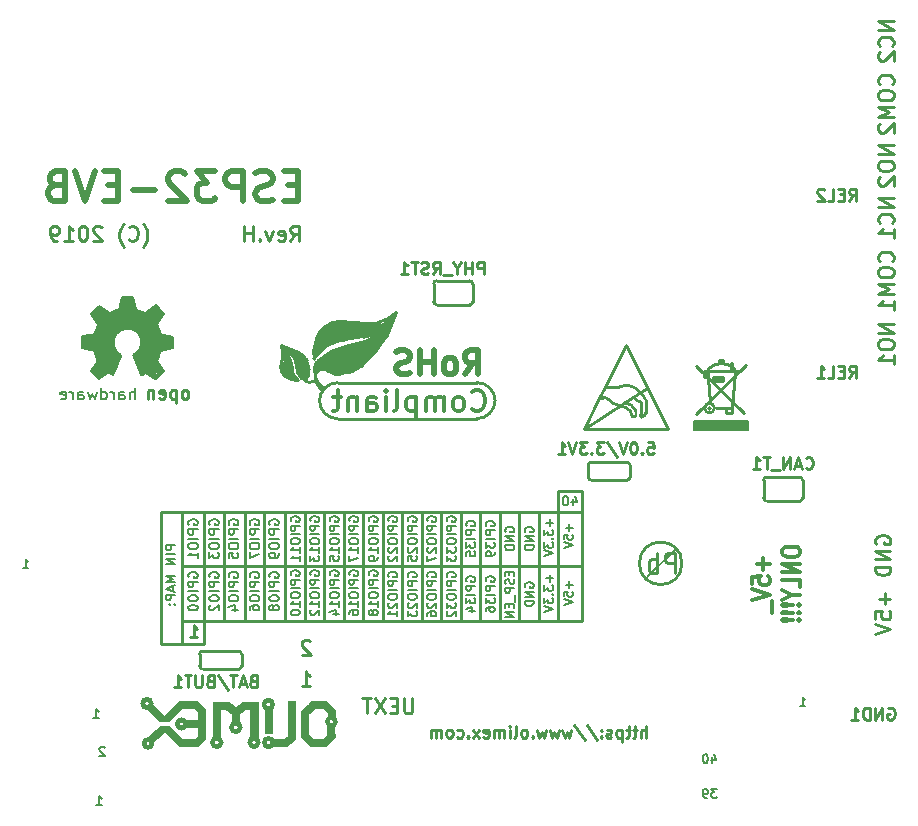
<source format=gbr>
G04 #@! TF.GenerationSoftware,KiCad,Pcbnew,5.1.0-rc2-unknown-036be7d~80~ubuntu16.04.1*
G04 #@! TF.CreationDate,2019-04-19T14:17:20+03:00*
G04 #@! TF.ProjectId,ESP32-EVB_Rev_H,45535033-322d-4455-9642-5f5265765f48,H*
G04 #@! TF.SameCoordinates,Original*
G04 #@! TF.FileFunction,Legend,Bot*
G04 #@! TF.FilePolarity,Positive*
%FSLAX46Y46*%
G04 Gerber Fmt 4.6, Leading zero omitted, Abs format (unit mm)*
G04 Created by KiCad (PCBNEW 5.1.0-rc2-unknown-036be7d~80~ubuntu16.04.1) date 2019-04-19 14:17:20*
%MOMM*%
%LPD*%
G04 APERTURE LIST*
%ADD10C,0.190500*%
%ADD11C,0.254000*%
%ADD12C,0.300000*%
%ADD13C,0.508000*%
%ADD14C,0.200000*%
%ADD15C,0.187500*%
%ADD16C,0.250000*%
%ADD17C,0.150000*%
%ADD18C,0.127000*%
%ADD19C,0.420000*%
%ADD20C,0.370000*%
%ADD21C,0.400000*%
%ADD22C,0.380000*%
%ADD23C,1.000000*%
%ADD24C,0.700000*%
%ADD25C,0.500000*%
%ADD26C,0.100000*%
%ADD27C,0.350000*%
%ADD28C,0.180000*%
G04 APERTURE END LIST*
D10*
X136180285Y-132678714D02*
X136615714Y-132678714D01*
X136398000Y-132678714D02*
X136398000Y-131916714D01*
X136470571Y-132025571D01*
X136543142Y-132098142D01*
X136615714Y-132134428D01*
X70394285Y-120994714D02*
X70829714Y-120994714D01*
X70612000Y-120994714D02*
X70612000Y-120232714D01*
X70684571Y-120341571D01*
X70757142Y-120414142D01*
X70829714Y-120450428D01*
X76363285Y-133694714D02*
X76798714Y-133694714D01*
X76581000Y-133694714D02*
X76581000Y-132932714D01*
X76653571Y-133041571D01*
X76726142Y-133114142D01*
X76798714Y-133150428D01*
D11*
X93042619Y-93284523D02*
X93465952Y-92679761D01*
X93768333Y-93284523D02*
X93768333Y-92014523D01*
X93284523Y-92014523D01*
X93163571Y-92075000D01*
X93103095Y-92135476D01*
X93042619Y-92256428D01*
X93042619Y-92437857D01*
X93103095Y-92558809D01*
X93163571Y-92619285D01*
X93284523Y-92679761D01*
X93768333Y-92679761D01*
X92014523Y-93224047D02*
X92135476Y-93284523D01*
X92377380Y-93284523D01*
X92498333Y-93224047D01*
X92558809Y-93103095D01*
X92558809Y-92619285D01*
X92498333Y-92498333D01*
X92377380Y-92437857D01*
X92135476Y-92437857D01*
X92014523Y-92498333D01*
X91954047Y-92619285D01*
X91954047Y-92740238D01*
X92558809Y-92861190D01*
X91530714Y-92437857D02*
X91228333Y-93284523D01*
X90925952Y-92437857D01*
X90442142Y-93163571D02*
X90381666Y-93224047D01*
X90442142Y-93284523D01*
X90502619Y-93224047D01*
X90442142Y-93163571D01*
X90442142Y-93284523D01*
X89837380Y-93284523D02*
X89837380Y-92014523D01*
X89837380Y-92619285D02*
X89111666Y-92619285D01*
X89111666Y-93284523D02*
X89111666Y-92014523D01*
D10*
X129140857Y-139663714D02*
X128669142Y-139663714D01*
X128923142Y-139954000D01*
X128814285Y-139954000D01*
X128741714Y-139990285D01*
X128705428Y-140026571D01*
X128669142Y-140099142D01*
X128669142Y-140280571D01*
X128705428Y-140353142D01*
X128741714Y-140389428D01*
X128814285Y-140425714D01*
X129032000Y-140425714D01*
X129104571Y-140389428D01*
X129140857Y-140353142D01*
X128306285Y-140425714D02*
X128161142Y-140425714D01*
X128088571Y-140389428D01*
X128052285Y-140353142D01*
X127979714Y-140244285D01*
X127943428Y-140099142D01*
X127943428Y-139808857D01*
X127979714Y-139736285D01*
X128016000Y-139700000D01*
X128088571Y-139663714D01*
X128233714Y-139663714D01*
X128306285Y-139700000D01*
X128342571Y-139736285D01*
X128378857Y-139808857D01*
X128378857Y-139990285D01*
X128342571Y-140062857D01*
X128306285Y-140099142D01*
X128233714Y-140135428D01*
X128088571Y-140135428D01*
X128016000Y-140099142D01*
X127979714Y-140062857D01*
X127943428Y-139990285D01*
X77306714Y-136180285D02*
X77270428Y-136144000D01*
X77197857Y-136107714D01*
X77016428Y-136107714D01*
X76943857Y-136144000D01*
X76907571Y-136180285D01*
X76871285Y-136252857D01*
X76871285Y-136325428D01*
X76907571Y-136434285D01*
X77343000Y-136869714D01*
X76871285Y-136869714D01*
D11*
X140359190Y-89867619D02*
X140697857Y-89383809D01*
X140939761Y-89867619D02*
X140939761Y-88851619D01*
X140552714Y-88851619D01*
X140455952Y-88900000D01*
X140407571Y-88948380D01*
X140359190Y-89045142D01*
X140359190Y-89190285D01*
X140407571Y-89287047D01*
X140455952Y-89335428D01*
X140552714Y-89383809D01*
X140939761Y-89383809D01*
X139923761Y-89335428D02*
X139585095Y-89335428D01*
X139439952Y-89867619D02*
X139923761Y-89867619D01*
X139923761Y-88851619D01*
X139439952Y-88851619D01*
X138520714Y-89867619D02*
X139004523Y-89867619D01*
X139004523Y-88851619D01*
X138230428Y-88948380D02*
X138182047Y-88900000D01*
X138085285Y-88851619D01*
X137843380Y-88851619D01*
X137746619Y-88900000D01*
X137698238Y-88948380D01*
X137649857Y-89045142D01*
X137649857Y-89141904D01*
X137698238Y-89287047D01*
X138278809Y-89867619D01*
X137649857Y-89867619D01*
X140359190Y-104853619D02*
X140697857Y-104369809D01*
X140939761Y-104853619D02*
X140939761Y-103837619D01*
X140552714Y-103837619D01*
X140455952Y-103886000D01*
X140407571Y-103934380D01*
X140359190Y-104031142D01*
X140359190Y-104176285D01*
X140407571Y-104273047D01*
X140455952Y-104321428D01*
X140552714Y-104369809D01*
X140939761Y-104369809D01*
X139923761Y-104321428D02*
X139585095Y-104321428D01*
X139439952Y-104853619D02*
X139923761Y-104853619D01*
X139923761Y-103837619D01*
X139439952Y-103837619D01*
X138520714Y-104853619D02*
X139004523Y-104853619D01*
X139004523Y-103837619D01*
X137649857Y-104853619D02*
X138230428Y-104853619D01*
X137940142Y-104853619D02*
X137940142Y-103837619D01*
X138036904Y-103982761D01*
X138133666Y-104079523D01*
X138230428Y-104127904D01*
X144098095Y-74686523D02*
X142798095Y-74686523D01*
X144098095Y-75429380D01*
X142798095Y-75429380D01*
X143974285Y-76791285D02*
X144036190Y-76729380D01*
X144098095Y-76543666D01*
X144098095Y-76419857D01*
X144036190Y-76234142D01*
X143912380Y-76110333D01*
X143788571Y-76048428D01*
X143540952Y-75986523D01*
X143355238Y-75986523D01*
X143107619Y-76048428D01*
X142983809Y-76110333D01*
X142860000Y-76234142D01*
X142798095Y-76419857D01*
X142798095Y-76543666D01*
X142860000Y-76729380D01*
X142921904Y-76791285D01*
X142921904Y-77286523D02*
X142860000Y-77348428D01*
X142798095Y-77472238D01*
X142798095Y-77781761D01*
X142860000Y-77905571D01*
X142921904Y-77967476D01*
X143045714Y-78029380D01*
X143169523Y-78029380D01*
X143355238Y-77967476D01*
X144098095Y-77224619D01*
X144098095Y-78029380D01*
X143974285Y-80020523D02*
X144036190Y-79958619D01*
X144098095Y-79772904D01*
X144098095Y-79649095D01*
X144036190Y-79463380D01*
X143912380Y-79339571D01*
X143788571Y-79277666D01*
X143540952Y-79215761D01*
X143355238Y-79215761D01*
X143107619Y-79277666D01*
X142983809Y-79339571D01*
X142860000Y-79463380D01*
X142798095Y-79649095D01*
X142798095Y-79772904D01*
X142860000Y-79958619D01*
X142921904Y-80020523D01*
X142798095Y-80825285D02*
X142798095Y-81072904D01*
X142860000Y-81196714D01*
X142983809Y-81320523D01*
X143231428Y-81382428D01*
X143664761Y-81382428D01*
X143912380Y-81320523D01*
X144036190Y-81196714D01*
X144098095Y-81072904D01*
X144098095Y-80825285D01*
X144036190Y-80701476D01*
X143912380Y-80577666D01*
X143664761Y-80515761D01*
X143231428Y-80515761D01*
X142983809Y-80577666D01*
X142860000Y-80701476D01*
X142798095Y-80825285D01*
X144098095Y-81939571D02*
X142798095Y-81939571D01*
X143726666Y-82372904D01*
X142798095Y-82806238D01*
X144098095Y-82806238D01*
X142921904Y-83363380D02*
X142860000Y-83425285D01*
X142798095Y-83549095D01*
X142798095Y-83858619D01*
X142860000Y-83982428D01*
X142921904Y-84044333D01*
X143045714Y-84106238D01*
X143169523Y-84106238D01*
X143355238Y-84044333D01*
X144098095Y-83301476D01*
X144098095Y-84106238D01*
X144098095Y-85196571D02*
X142798095Y-85196571D01*
X144098095Y-85939428D01*
X142798095Y-85939428D01*
X142798095Y-86806095D02*
X142798095Y-87053714D01*
X142860000Y-87177523D01*
X142983809Y-87301333D01*
X143231428Y-87363238D01*
X143664761Y-87363238D01*
X143912380Y-87301333D01*
X144036190Y-87177523D01*
X144098095Y-87053714D01*
X144098095Y-86806095D01*
X144036190Y-86682285D01*
X143912380Y-86558476D01*
X143664761Y-86496571D01*
X143231428Y-86496571D01*
X142983809Y-86558476D01*
X142860000Y-86682285D01*
X142798095Y-86806095D01*
X142921904Y-87858476D02*
X142860000Y-87920380D01*
X142798095Y-88044190D01*
X142798095Y-88353714D01*
X142860000Y-88477523D01*
X142921904Y-88539428D01*
X143045714Y-88601333D01*
X143169523Y-88601333D01*
X143355238Y-88539428D01*
X144098095Y-87796571D01*
X144098095Y-88601333D01*
X144098095Y-89672523D02*
X142798095Y-89672523D01*
X144098095Y-90415380D01*
X142798095Y-90415380D01*
X143974285Y-91777285D02*
X144036190Y-91715380D01*
X144098095Y-91529666D01*
X144098095Y-91405857D01*
X144036190Y-91220142D01*
X143912380Y-91096333D01*
X143788571Y-91034428D01*
X143540952Y-90972523D01*
X143355238Y-90972523D01*
X143107619Y-91034428D01*
X142983809Y-91096333D01*
X142860000Y-91220142D01*
X142798095Y-91405857D01*
X142798095Y-91529666D01*
X142860000Y-91715380D01*
X142921904Y-91777285D01*
X144098095Y-93015380D02*
X144098095Y-92272523D01*
X144098095Y-92643952D02*
X142798095Y-92643952D01*
X142983809Y-92520142D01*
X143107619Y-92396333D01*
X143169523Y-92272523D01*
X143974285Y-95006523D02*
X144036190Y-94944619D01*
X144098095Y-94758904D01*
X144098095Y-94635095D01*
X144036190Y-94449380D01*
X143912380Y-94325571D01*
X143788571Y-94263666D01*
X143540952Y-94201761D01*
X143355238Y-94201761D01*
X143107619Y-94263666D01*
X142983809Y-94325571D01*
X142860000Y-94449380D01*
X142798095Y-94635095D01*
X142798095Y-94758904D01*
X142860000Y-94944619D01*
X142921904Y-95006523D01*
X142798095Y-95811285D02*
X142798095Y-96058904D01*
X142860000Y-96182714D01*
X142983809Y-96306523D01*
X143231428Y-96368428D01*
X143664761Y-96368428D01*
X143912380Y-96306523D01*
X144036190Y-96182714D01*
X144098095Y-96058904D01*
X144098095Y-95811285D01*
X144036190Y-95687476D01*
X143912380Y-95563666D01*
X143664761Y-95501761D01*
X143231428Y-95501761D01*
X142983809Y-95563666D01*
X142860000Y-95687476D01*
X142798095Y-95811285D01*
X144098095Y-96925571D02*
X142798095Y-96925571D01*
X143726666Y-97358904D01*
X142798095Y-97792238D01*
X144098095Y-97792238D01*
X144098095Y-99092238D02*
X144098095Y-98349380D01*
X144098095Y-98720809D02*
X142798095Y-98720809D01*
X142983809Y-98597000D01*
X143107619Y-98473190D01*
X143169523Y-98349380D01*
X144098095Y-100309571D02*
X142798095Y-100309571D01*
X144098095Y-101052428D01*
X142798095Y-101052428D01*
X142798095Y-101919095D02*
X142798095Y-102166714D01*
X142860000Y-102290523D01*
X142983809Y-102414333D01*
X143231428Y-102476238D01*
X143664761Y-102476238D01*
X143912380Y-102414333D01*
X144036190Y-102290523D01*
X144098095Y-102166714D01*
X144098095Y-101919095D01*
X144036190Y-101795285D01*
X143912380Y-101671476D01*
X143664761Y-101609571D01*
X143231428Y-101609571D01*
X142983809Y-101671476D01*
X142860000Y-101795285D01*
X142798095Y-101919095D01*
X144098095Y-103714333D02*
X144098095Y-102971476D01*
X144098095Y-103342904D02*
X142798095Y-103342904D01*
X142983809Y-103219095D01*
X143107619Y-103095285D01*
X143169523Y-102971476D01*
X80554285Y-93768333D02*
X80614761Y-93707857D01*
X80735714Y-93526428D01*
X80796190Y-93405476D01*
X80856666Y-93224047D01*
X80917142Y-92921666D01*
X80917142Y-92679761D01*
X80856666Y-92377380D01*
X80796190Y-92195952D01*
X80735714Y-92075000D01*
X80614761Y-91893571D01*
X80554285Y-91833095D01*
X79344761Y-93163571D02*
X79405238Y-93224047D01*
X79586666Y-93284523D01*
X79707619Y-93284523D01*
X79889047Y-93224047D01*
X80010000Y-93103095D01*
X80070476Y-92982142D01*
X80130952Y-92740238D01*
X80130952Y-92558809D01*
X80070476Y-92316904D01*
X80010000Y-92195952D01*
X79889047Y-92075000D01*
X79707619Y-92014523D01*
X79586666Y-92014523D01*
X79405238Y-92075000D01*
X79344761Y-92135476D01*
X78921428Y-93768333D02*
X78860952Y-93707857D01*
X78740000Y-93526428D01*
X78679523Y-93405476D01*
X78619047Y-93224047D01*
X78558571Y-92921666D01*
X78558571Y-92679761D01*
X78619047Y-92377380D01*
X78679523Y-92195952D01*
X78740000Y-92075000D01*
X78860952Y-91893571D01*
X78921428Y-91833095D01*
X77046666Y-92135476D02*
X76986190Y-92075000D01*
X76865238Y-92014523D01*
X76562857Y-92014523D01*
X76441904Y-92075000D01*
X76381428Y-92135476D01*
X76320952Y-92256428D01*
X76320952Y-92377380D01*
X76381428Y-92558809D01*
X77107142Y-93284523D01*
X76320952Y-93284523D01*
X75534761Y-92014523D02*
X75413809Y-92014523D01*
X75292857Y-92075000D01*
X75232380Y-92135476D01*
X75171904Y-92256428D01*
X75111428Y-92498333D01*
X75111428Y-92800714D01*
X75171904Y-93042619D01*
X75232380Y-93163571D01*
X75292857Y-93224047D01*
X75413809Y-93284523D01*
X75534761Y-93284523D01*
X75655714Y-93224047D01*
X75716190Y-93163571D01*
X75776666Y-93042619D01*
X75837142Y-92800714D01*
X75837142Y-92498333D01*
X75776666Y-92256428D01*
X75716190Y-92135476D01*
X75655714Y-92075000D01*
X75534761Y-92014523D01*
X73901904Y-93284523D02*
X74627619Y-93284523D01*
X74264761Y-93284523D02*
X74264761Y-92014523D01*
X74385714Y-92195952D01*
X74506666Y-92316904D01*
X74627619Y-92377380D01*
X73297142Y-93284523D02*
X73055238Y-93284523D01*
X72934285Y-93224047D01*
X72873809Y-93163571D01*
X72752857Y-92982142D01*
X72692380Y-92740238D01*
X72692380Y-92256428D01*
X72752857Y-92135476D01*
X72813333Y-92075000D01*
X72934285Y-92014523D01*
X73176190Y-92014523D01*
X73297142Y-92075000D01*
X73357619Y-92135476D01*
X73418095Y-92256428D01*
X73418095Y-92558809D01*
X73357619Y-92679761D01*
X73297142Y-92740238D01*
X73176190Y-92800714D01*
X72934285Y-92800714D01*
X72813333Y-92740238D01*
X72752857Y-92679761D01*
X72692380Y-92558809D01*
X123165809Y-135333619D02*
X123165809Y-134317619D01*
X122730380Y-135333619D02*
X122730380Y-134801428D01*
X122778761Y-134704666D01*
X122875523Y-134656285D01*
X123020666Y-134656285D01*
X123117428Y-134704666D01*
X123165809Y-134753047D01*
X122391714Y-134656285D02*
X122004666Y-134656285D01*
X122246571Y-134317619D02*
X122246571Y-135188476D01*
X122198190Y-135285238D01*
X122101428Y-135333619D01*
X122004666Y-135333619D01*
X121811142Y-134656285D02*
X121424095Y-134656285D01*
X121666000Y-134317619D02*
X121666000Y-135188476D01*
X121617619Y-135285238D01*
X121520857Y-135333619D01*
X121424095Y-135333619D01*
X121085428Y-134656285D02*
X121085428Y-135672285D01*
X121085428Y-134704666D02*
X120988666Y-134656285D01*
X120795142Y-134656285D01*
X120698380Y-134704666D01*
X120650000Y-134753047D01*
X120601619Y-134849809D01*
X120601619Y-135140095D01*
X120650000Y-135236857D01*
X120698380Y-135285238D01*
X120795142Y-135333619D01*
X120988666Y-135333619D01*
X121085428Y-135285238D01*
X120214571Y-135285238D02*
X120117809Y-135333619D01*
X119924285Y-135333619D01*
X119827523Y-135285238D01*
X119779142Y-135188476D01*
X119779142Y-135140095D01*
X119827523Y-135043333D01*
X119924285Y-134994952D01*
X120069428Y-134994952D01*
X120166190Y-134946571D01*
X120214571Y-134849809D01*
X120214571Y-134801428D01*
X120166190Y-134704666D01*
X120069428Y-134656285D01*
X119924285Y-134656285D01*
X119827523Y-134704666D01*
X119343714Y-135236857D02*
X119295333Y-135285238D01*
X119343714Y-135333619D01*
X119392095Y-135285238D01*
X119343714Y-135236857D01*
X119343714Y-135333619D01*
X119343714Y-134704666D02*
X119295333Y-134753047D01*
X119343714Y-134801428D01*
X119392095Y-134753047D01*
X119343714Y-134704666D01*
X119343714Y-134801428D01*
X118134190Y-134269238D02*
X119005047Y-135575523D01*
X117069809Y-134269238D02*
X117940666Y-135575523D01*
X116827904Y-134656285D02*
X116634380Y-135333619D01*
X116440857Y-134849809D01*
X116247333Y-135333619D01*
X116053809Y-134656285D01*
X115763523Y-134656285D02*
X115570000Y-135333619D01*
X115376476Y-134849809D01*
X115182952Y-135333619D01*
X114989428Y-134656285D01*
X114699142Y-134656285D02*
X114505619Y-135333619D01*
X114312095Y-134849809D01*
X114118571Y-135333619D01*
X113925047Y-134656285D01*
X113538000Y-135236857D02*
X113489619Y-135285238D01*
X113538000Y-135333619D01*
X113586380Y-135285238D01*
X113538000Y-135236857D01*
X113538000Y-135333619D01*
X112909047Y-135333619D02*
X113005809Y-135285238D01*
X113054190Y-135236857D01*
X113102571Y-135140095D01*
X113102571Y-134849809D01*
X113054190Y-134753047D01*
X113005809Y-134704666D01*
X112909047Y-134656285D01*
X112763904Y-134656285D01*
X112667142Y-134704666D01*
X112618761Y-134753047D01*
X112570380Y-134849809D01*
X112570380Y-135140095D01*
X112618761Y-135236857D01*
X112667142Y-135285238D01*
X112763904Y-135333619D01*
X112909047Y-135333619D01*
X111989809Y-135333619D02*
X112086571Y-135285238D01*
X112134952Y-135188476D01*
X112134952Y-134317619D01*
X111602761Y-135333619D02*
X111602761Y-134656285D01*
X111602761Y-134317619D02*
X111651142Y-134366000D01*
X111602761Y-134414380D01*
X111554380Y-134366000D01*
X111602761Y-134317619D01*
X111602761Y-134414380D01*
X111118952Y-135333619D02*
X111118952Y-134656285D01*
X111118952Y-134753047D02*
X111070571Y-134704666D01*
X110973809Y-134656285D01*
X110828666Y-134656285D01*
X110731904Y-134704666D01*
X110683523Y-134801428D01*
X110683523Y-135333619D01*
X110683523Y-134801428D02*
X110635142Y-134704666D01*
X110538380Y-134656285D01*
X110393238Y-134656285D01*
X110296476Y-134704666D01*
X110248095Y-134801428D01*
X110248095Y-135333619D01*
X109377238Y-135285238D02*
X109474000Y-135333619D01*
X109667523Y-135333619D01*
X109764285Y-135285238D01*
X109812666Y-135188476D01*
X109812666Y-134801428D01*
X109764285Y-134704666D01*
X109667523Y-134656285D01*
X109474000Y-134656285D01*
X109377238Y-134704666D01*
X109328857Y-134801428D01*
X109328857Y-134898190D01*
X109812666Y-134994952D01*
X108990190Y-135333619D02*
X108458000Y-134656285D01*
X108990190Y-134656285D02*
X108458000Y-135333619D01*
X108070952Y-135236857D02*
X108022571Y-135285238D01*
X108070952Y-135333619D01*
X108119333Y-135285238D01*
X108070952Y-135236857D01*
X108070952Y-135333619D01*
X107151714Y-135285238D02*
X107248476Y-135333619D01*
X107442000Y-135333619D01*
X107538761Y-135285238D01*
X107587142Y-135236857D01*
X107635523Y-135140095D01*
X107635523Y-134849809D01*
X107587142Y-134753047D01*
X107538761Y-134704666D01*
X107442000Y-134656285D01*
X107248476Y-134656285D01*
X107151714Y-134704666D01*
X106571142Y-135333619D02*
X106667904Y-135285238D01*
X106716285Y-135236857D01*
X106764666Y-135140095D01*
X106764666Y-134849809D01*
X106716285Y-134753047D01*
X106667904Y-134704666D01*
X106571142Y-134656285D01*
X106426000Y-134656285D01*
X106329238Y-134704666D01*
X106280857Y-134753047D01*
X106232476Y-134849809D01*
X106232476Y-135140095D01*
X106280857Y-135236857D01*
X106329238Y-135285238D01*
X106426000Y-135333619D01*
X106571142Y-135333619D01*
X105797047Y-135333619D02*
X105797047Y-134656285D01*
X105797047Y-134753047D02*
X105748666Y-134704666D01*
X105651904Y-134656285D01*
X105506761Y-134656285D01*
X105410000Y-134704666D01*
X105361619Y-134801428D01*
X105361619Y-135333619D01*
X105361619Y-134801428D02*
X105313238Y-134704666D01*
X105216476Y-134656285D01*
X105071333Y-134656285D01*
X104974571Y-134704666D01*
X104926190Y-134801428D01*
X104926190Y-135333619D01*
D12*
X133071142Y-120134333D02*
X133071142Y-121124809D01*
X133642571Y-120629571D02*
X132499714Y-120629571D01*
X132142571Y-122362904D02*
X132142571Y-121743857D01*
X132856857Y-121681952D01*
X132785428Y-121743857D01*
X132714000Y-121867666D01*
X132714000Y-122177190D01*
X132785428Y-122301000D01*
X132856857Y-122362904D01*
X132999714Y-122424809D01*
X133356857Y-122424809D01*
X133499714Y-122362904D01*
X133571142Y-122301000D01*
X133642571Y-122177190D01*
X133642571Y-121867666D01*
X133571142Y-121743857D01*
X133499714Y-121681952D01*
X132142571Y-122796238D02*
X133642571Y-123229571D01*
X132142571Y-123662904D01*
X133785428Y-123786714D02*
X133785428Y-124777190D01*
X134692571Y-119484333D02*
X134692571Y-119731952D01*
X134764000Y-119855761D01*
X134906857Y-119979571D01*
X135192571Y-120041476D01*
X135692571Y-120041476D01*
X135978285Y-119979571D01*
X136121142Y-119855761D01*
X136192571Y-119731952D01*
X136192571Y-119484333D01*
X136121142Y-119360523D01*
X135978285Y-119236714D01*
X135692571Y-119174809D01*
X135192571Y-119174809D01*
X134906857Y-119236714D01*
X134764000Y-119360523D01*
X134692571Y-119484333D01*
X136192571Y-120598619D02*
X134692571Y-120598619D01*
X136192571Y-121341476D01*
X134692571Y-121341476D01*
X136192571Y-122579571D02*
X136192571Y-121960523D01*
X134692571Y-121960523D01*
X135478285Y-123260523D02*
X136192571Y-123260523D01*
X134692571Y-122827190D02*
X135478285Y-123260523D01*
X134692571Y-123693857D01*
X136049714Y-124127190D02*
X136121142Y-124189095D01*
X136192571Y-124127190D01*
X136121142Y-124065285D01*
X136049714Y-124127190D01*
X136192571Y-124127190D01*
X135621142Y-124127190D02*
X134764000Y-124065285D01*
X134692571Y-124127190D01*
X134764000Y-124189095D01*
X135621142Y-124127190D01*
X134692571Y-124127190D01*
X136049714Y-124746238D02*
X136121142Y-124808142D01*
X136192571Y-124746238D01*
X136121142Y-124684333D01*
X136049714Y-124746238D01*
X136192571Y-124746238D01*
X135621142Y-124746238D02*
X134764000Y-124684333D01*
X134692571Y-124746238D01*
X134764000Y-124808142D01*
X135621142Y-124746238D01*
X134692571Y-124746238D01*
X136049714Y-125365285D02*
X136121142Y-125427190D01*
X136192571Y-125365285D01*
X136121142Y-125303380D01*
X136049714Y-125365285D01*
X136192571Y-125365285D01*
X135621142Y-125365285D02*
X134764000Y-125303380D01*
X134692571Y-125365285D01*
X134764000Y-125427190D01*
X135621142Y-125365285D01*
X134692571Y-125365285D01*
D11*
X142621000Y-118920380D02*
X142560523Y-118799428D01*
X142560523Y-118618000D01*
X142621000Y-118436571D01*
X142741952Y-118315619D01*
X142862904Y-118255142D01*
X143104809Y-118194666D01*
X143286238Y-118194666D01*
X143528142Y-118255142D01*
X143649095Y-118315619D01*
X143770047Y-118436571D01*
X143830523Y-118618000D01*
X143830523Y-118738952D01*
X143770047Y-118920380D01*
X143709571Y-118980857D01*
X143286238Y-118980857D01*
X143286238Y-118738952D01*
X143830523Y-119525142D02*
X142560523Y-119525142D01*
X143830523Y-120250857D01*
X142560523Y-120250857D01*
X143830523Y-120855619D02*
X142560523Y-120855619D01*
X142560523Y-121158000D01*
X142621000Y-121339428D01*
X142741952Y-121460380D01*
X142862904Y-121520857D01*
X143104809Y-121581333D01*
X143286238Y-121581333D01*
X143528142Y-121520857D01*
X143649095Y-121460380D01*
X143770047Y-121339428D01*
X143830523Y-121158000D01*
X143830523Y-120855619D01*
X143346714Y-123081142D02*
X143346714Y-124048761D01*
X143830523Y-123564952D02*
X142862904Y-123564952D01*
X142560523Y-125258285D02*
X142560523Y-124653523D01*
X143165285Y-124593047D01*
X143104809Y-124653523D01*
X143044333Y-124774476D01*
X143044333Y-125076857D01*
X143104809Y-125197809D01*
X143165285Y-125258285D01*
X143286238Y-125318761D01*
X143588619Y-125318761D01*
X143709571Y-125258285D01*
X143770047Y-125197809D01*
X143830523Y-125076857D01*
X143830523Y-124774476D01*
X143770047Y-124653523D01*
X143709571Y-124593047D01*
X142560523Y-125681619D02*
X143830523Y-126104952D01*
X142560523Y-126528285D01*
X94723857Y-127187476D02*
X94663380Y-127127000D01*
X94542428Y-127066523D01*
X94240047Y-127066523D01*
X94119095Y-127127000D01*
X94058619Y-127187476D01*
X93998142Y-127308428D01*
X93998142Y-127429380D01*
X94058619Y-127610809D01*
X94784333Y-128336523D01*
X93998142Y-128336523D01*
X93998142Y-131003523D02*
X94723857Y-131003523D01*
X94361000Y-131003523D02*
X94361000Y-129733523D01*
X94481952Y-129914952D01*
X94602904Y-130035904D01*
X94723857Y-130096380D01*
X103371952Y-132019523D02*
X103371952Y-133047619D01*
X103311476Y-133168571D01*
X103251000Y-133229047D01*
X103130047Y-133289523D01*
X102888142Y-133289523D01*
X102767190Y-133229047D01*
X102706714Y-133168571D01*
X102646238Y-133047619D01*
X102646238Y-132019523D01*
X102041476Y-132624285D02*
X101618142Y-132624285D01*
X101436714Y-133289523D02*
X102041476Y-133289523D01*
X102041476Y-132019523D01*
X101436714Y-132019523D01*
X101013380Y-132019523D02*
X100166714Y-133289523D01*
X100166714Y-132019523D02*
X101013380Y-133289523D01*
X99864333Y-132019523D02*
X99138619Y-132019523D01*
X99501476Y-133289523D02*
X99501476Y-132019523D01*
D13*
X93707857Y-88591571D02*
X92861190Y-88591571D01*
X92498333Y-89922047D02*
X93707857Y-89922047D01*
X93707857Y-87382047D01*
X92498333Y-87382047D01*
X91530714Y-89801095D02*
X91167857Y-89922047D01*
X90563095Y-89922047D01*
X90321190Y-89801095D01*
X90200238Y-89680142D01*
X90079285Y-89438238D01*
X90079285Y-89196333D01*
X90200238Y-88954428D01*
X90321190Y-88833476D01*
X90563095Y-88712523D01*
X91046904Y-88591571D01*
X91288809Y-88470619D01*
X91409761Y-88349666D01*
X91530714Y-88107761D01*
X91530714Y-87865857D01*
X91409761Y-87623952D01*
X91288809Y-87503000D01*
X91046904Y-87382047D01*
X90442142Y-87382047D01*
X90079285Y-87503000D01*
X88990714Y-89922047D02*
X88990714Y-87382047D01*
X88023095Y-87382047D01*
X87781190Y-87503000D01*
X87660238Y-87623952D01*
X87539285Y-87865857D01*
X87539285Y-88228714D01*
X87660238Y-88470619D01*
X87781190Y-88591571D01*
X88023095Y-88712523D01*
X88990714Y-88712523D01*
X86692619Y-87382047D02*
X85120238Y-87382047D01*
X85966904Y-88349666D01*
X85604047Y-88349666D01*
X85362142Y-88470619D01*
X85241190Y-88591571D01*
X85120238Y-88833476D01*
X85120238Y-89438238D01*
X85241190Y-89680142D01*
X85362142Y-89801095D01*
X85604047Y-89922047D01*
X86329761Y-89922047D01*
X86571666Y-89801095D01*
X86692619Y-89680142D01*
X84152619Y-87623952D02*
X84031666Y-87503000D01*
X83789761Y-87382047D01*
X83185000Y-87382047D01*
X82943095Y-87503000D01*
X82822142Y-87623952D01*
X82701190Y-87865857D01*
X82701190Y-88107761D01*
X82822142Y-88470619D01*
X84273571Y-89922047D01*
X82701190Y-89922047D01*
X81612619Y-88954428D02*
X79677380Y-88954428D01*
X78467857Y-88591571D02*
X77621190Y-88591571D01*
X77258333Y-89922047D02*
X78467857Y-89922047D01*
X78467857Y-87382047D01*
X77258333Y-87382047D01*
X76532619Y-87382047D02*
X75685952Y-89922047D01*
X74839285Y-87382047D01*
X73145952Y-88591571D02*
X72783095Y-88712523D01*
X72662142Y-88833476D01*
X72541190Y-89075380D01*
X72541190Y-89438238D01*
X72662142Y-89680142D01*
X72783095Y-89801095D01*
X73025000Y-89922047D01*
X73992619Y-89922047D01*
X73992619Y-87382047D01*
X73145952Y-87382047D01*
X72904047Y-87503000D01*
X72783095Y-87623952D01*
X72662142Y-87865857D01*
X72662142Y-88107761D01*
X72783095Y-88349666D01*
X72904047Y-88470619D01*
X73145952Y-88591571D01*
X73992619Y-88591571D01*
D11*
X117729000Y-114427000D02*
X117729000Y-125476000D01*
X115697000Y-114427000D02*
X117729000Y-114427000D01*
X115697000Y-116332000D02*
X115697000Y-114427000D01*
D14*
X116941571Y-115144571D02*
X116941571Y-115677904D01*
X117132047Y-114839809D02*
X117322523Y-115411238D01*
X116827285Y-115411238D01*
X116370142Y-114877904D02*
X116293952Y-114877904D01*
X116217761Y-114916000D01*
X116179666Y-114954095D01*
X116141571Y-115030285D01*
X116103476Y-115182666D01*
X116103476Y-115373142D01*
X116141571Y-115525523D01*
X116179666Y-115601714D01*
X116217761Y-115639809D01*
X116293952Y-115677904D01*
X116370142Y-115677904D01*
X116446333Y-115639809D01*
X116484428Y-115601714D01*
X116522523Y-115525523D01*
X116560619Y-115373142D01*
X116560619Y-115182666D01*
X116522523Y-115030285D01*
X116484428Y-114954095D01*
X116446333Y-114916000D01*
X116370142Y-114877904D01*
D15*
X116639571Y-117272714D02*
X116639571Y-117844142D01*
X116925285Y-117558428D02*
X116353857Y-117558428D01*
X116175285Y-118558428D02*
X116175285Y-118201285D01*
X116532428Y-118165571D01*
X116496714Y-118201285D01*
X116461000Y-118272714D01*
X116461000Y-118451285D01*
X116496714Y-118522714D01*
X116532428Y-118558428D01*
X116603857Y-118594142D01*
X116782428Y-118594142D01*
X116853857Y-118558428D01*
X116889571Y-118522714D01*
X116925285Y-118451285D01*
X116925285Y-118272714D01*
X116889571Y-118201285D01*
X116853857Y-118165571D01*
X116175285Y-118808428D02*
X116925285Y-119058428D01*
X116175285Y-119308428D01*
X116639571Y-122098714D02*
X116639571Y-122670142D01*
X116925285Y-122384428D02*
X116353857Y-122384428D01*
X116175285Y-123384428D02*
X116175285Y-123027285D01*
X116532428Y-122991571D01*
X116496714Y-123027285D01*
X116461000Y-123098714D01*
X116461000Y-123277285D01*
X116496714Y-123348714D01*
X116532428Y-123384428D01*
X116603857Y-123420142D01*
X116782428Y-123420142D01*
X116853857Y-123384428D01*
X116889571Y-123348714D01*
X116925285Y-123277285D01*
X116925285Y-123098714D01*
X116889571Y-123027285D01*
X116853857Y-122991571D01*
X116175285Y-123634428D02*
X116925285Y-123884428D01*
X116175285Y-124134428D01*
D11*
X115697000Y-116205000D02*
X115697000Y-125476000D01*
D15*
X114988571Y-116864000D02*
X114988571Y-117435428D01*
X115274285Y-117149714D02*
X114702857Y-117149714D01*
X114524285Y-117721142D02*
X114524285Y-118185428D01*
X114810000Y-117935428D01*
X114810000Y-118042571D01*
X114845714Y-118114000D01*
X114881428Y-118149714D01*
X114952857Y-118185428D01*
X115131428Y-118185428D01*
X115202857Y-118149714D01*
X115238571Y-118114000D01*
X115274285Y-118042571D01*
X115274285Y-117828285D01*
X115238571Y-117756857D01*
X115202857Y-117721142D01*
X115202857Y-118506857D02*
X115238571Y-118542571D01*
X115274285Y-118506857D01*
X115238571Y-118471142D01*
X115202857Y-118506857D01*
X115274285Y-118506857D01*
X114524285Y-118792571D02*
X114524285Y-119256857D01*
X114810000Y-119006857D01*
X114810000Y-119114000D01*
X114845714Y-119185428D01*
X114881428Y-119221142D01*
X114952857Y-119256857D01*
X115131428Y-119256857D01*
X115202857Y-119221142D01*
X115238571Y-119185428D01*
X115274285Y-119114000D01*
X115274285Y-118899714D01*
X115238571Y-118828285D01*
X115202857Y-118792571D01*
X114524285Y-119471142D02*
X115274285Y-119721142D01*
X114524285Y-119971142D01*
X114988571Y-121563000D02*
X114988571Y-122134428D01*
X115274285Y-121848714D02*
X114702857Y-121848714D01*
X114524285Y-122420142D02*
X114524285Y-122884428D01*
X114810000Y-122634428D01*
X114810000Y-122741571D01*
X114845714Y-122813000D01*
X114881428Y-122848714D01*
X114952857Y-122884428D01*
X115131428Y-122884428D01*
X115202857Y-122848714D01*
X115238571Y-122813000D01*
X115274285Y-122741571D01*
X115274285Y-122527285D01*
X115238571Y-122455857D01*
X115202857Y-122420142D01*
X115202857Y-123205857D02*
X115238571Y-123241571D01*
X115274285Y-123205857D01*
X115238571Y-123170142D01*
X115202857Y-123205857D01*
X115274285Y-123205857D01*
X114524285Y-123491571D02*
X114524285Y-123955857D01*
X114810000Y-123705857D01*
X114810000Y-123813000D01*
X114845714Y-123884428D01*
X114881428Y-123920142D01*
X114952857Y-123955857D01*
X115131428Y-123955857D01*
X115202857Y-123920142D01*
X115238571Y-123884428D01*
X115274285Y-123813000D01*
X115274285Y-123598714D01*
X115238571Y-123527285D01*
X115202857Y-123491571D01*
X114524285Y-124170142D02*
X115274285Y-124420142D01*
X114524285Y-124670142D01*
D11*
X114046000Y-116205000D02*
X114046000Y-125476000D01*
D15*
X112909000Y-117919571D02*
X112873285Y-117848142D01*
X112873285Y-117741000D01*
X112909000Y-117633857D01*
X112980428Y-117562428D01*
X113051857Y-117526714D01*
X113194714Y-117491000D01*
X113301857Y-117491000D01*
X113444714Y-117526714D01*
X113516142Y-117562428D01*
X113587571Y-117633857D01*
X113623285Y-117741000D01*
X113623285Y-117812428D01*
X113587571Y-117919571D01*
X113551857Y-117955285D01*
X113301857Y-117955285D01*
X113301857Y-117812428D01*
X113623285Y-118276714D02*
X112873285Y-118276714D01*
X113623285Y-118705285D01*
X112873285Y-118705285D01*
X113623285Y-119062428D02*
X112873285Y-119062428D01*
X112873285Y-119241000D01*
X112909000Y-119348142D01*
X112980428Y-119419571D01*
X113051857Y-119455285D01*
X113194714Y-119491000D01*
X113301857Y-119491000D01*
X113444714Y-119455285D01*
X113516142Y-119419571D01*
X113587571Y-119348142D01*
X113623285Y-119241000D01*
X113623285Y-119062428D01*
X112909000Y-122618571D02*
X112873285Y-122547142D01*
X112873285Y-122440000D01*
X112909000Y-122332857D01*
X112980428Y-122261428D01*
X113051857Y-122225714D01*
X113194714Y-122190000D01*
X113301857Y-122190000D01*
X113444714Y-122225714D01*
X113516142Y-122261428D01*
X113587571Y-122332857D01*
X113623285Y-122440000D01*
X113623285Y-122511428D01*
X113587571Y-122618571D01*
X113551857Y-122654285D01*
X113301857Y-122654285D01*
X113301857Y-122511428D01*
X113623285Y-122975714D02*
X112873285Y-122975714D01*
X113623285Y-123404285D01*
X112873285Y-123404285D01*
X113623285Y-123761428D02*
X112873285Y-123761428D01*
X112873285Y-123940000D01*
X112909000Y-124047142D01*
X112980428Y-124118571D01*
X113051857Y-124154285D01*
X113194714Y-124190000D01*
X113301857Y-124190000D01*
X113444714Y-124154285D01*
X113516142Y-124118571D01*
X113587571Y-124047142D01*
X113623285Y-123940000D01*
X113623285Y-123761428D01*
D11*
X112395000Y-116205000D02*
X112395000Y-125476000D01*
D15*
X111258000Y-117919571D02*
X111222285Y-117848142D01*
X111222285Y-117741000D01*
X111258000Y-117633857D01*
X111329428Y-117562428D01*
X111400857Y-117526714D01*
X111543714Y-117491000D01*
X111650857Y-117491000D01*
X111793714Y-117526714D01*
X111865142Y-117562428D01*
X111936571Y-117633857D01*
X111972285Y-117741000D01*
X111972285Y-117812428D01*
X111936571Y-117919571D01*
X111900857Y-117955285D01*
X111650857Y-117955285D01*
X111650857Y-117812428D01*
X111972285Y-118276714D02*
X111222285Y-118276714D01*
X111972285Y-118705285D01*
X111222285Y-118705285D01*
X111972285Y-119062428D02*
X111222285Y-119062428D01*
X111222285Y-119241000D01*
X111258000Y-119348142D01*
X111329428Y-119419571D01*
X111400857Y-119455285D01*
X111543714Y-119491000D01*
X111650857Y-119491000D01*
X111793714Y-119455285D01*
X111865142Y-119419571D01*
X111936571Y-119348142D01*
X111972285Y-119241000D01*
X111972285Y-119062428D01*
X111579428Y-121279285D02*
X111579428Y-121529285D01*
X111972285Y-121636428D02*
X111972285Y-121279285D01*
X111222285Y-121279285D01*
X111222285Y-121636428D01*
X111936571Y-121922142D02*
X111972285Y-122029285D01*
X111972285Y-122207857D01*
X111936571Y-122279285D01*
X111900857Y-122315000D01*
X111829428Y-122350714D01*
X111758000Y-122350714D01*
X111686571Y-122315000D01*
X111650857Y-122279285D01*
X111615142Y-122207857D01*
X111579428Y-122065000D01*
X111543714Y-121993571D01*
X111508000Y-121957857D01*
X111436571Y-121922142D01*
X111365142Y-121922142D01*
X111293714Y-121957857D01*
X111258000Y-121993571D01*
X111222285Y-122065000D01*
X111222285Y-122243571D01*
X111258000Y-122350714D01*
X111972285Y-122672142D02*
X111222285Y-122672142D01*
X111222285Y-122957857D01*
X111258000Y-123029285D01*
X111293714Y-123065000D01*
X111365142Y-123100714D01*
X111472285Y-123100714D01*
X111543714Y-123065000D01*
X111579428Y-123029285D01*
X111615142Y-122957857D01*
X111615142Y-122672142D01*
X112043714Y-123243571D02*
X112043714Y-123815000D01*
X111579428Y-123993571D02*
X111579428Y-124243571D01*
X111972285Y-124350714D02*
X111972285Y-123993571D01*
X111222285Y-123993571D01*
X111222285Y-124350714D01*
X111972285Y-124672142D02*
X111222285Y-124672142D01*
X111972285Y-125100714D01*
X111222285Y-125100714D01*
D11*
X110744000Y-116205000D02*
X110744000Y-125476000D01*
D15*
X109607000Y-117419571D02*
X109571285Y-117348142D01*
X109571285Y-117241000D01*
X109607000Y-117133857D01*
X109678428Y-117062428D01*
X109749857Y-117026714D01*
X109892714Y-116991000D01*
X109999857Y-116991000D01*
X110142714Y-117026714D01*
X110214142Y-117062428D01*
X110285571Y-117133857D01*
X110321285Y-117241000D01*
X110321285Y-117312428D01*
X110285571Y-117419571D01*
X110249857Y-117455285D01*
X109999857Y-117455285D01*
X109999857Y-117312428D01*
X110321285Y-117776714D02*
X109571285Y-117776714D01*
X109571285Y-118062428D01*
X109607000Y-118133857D01*
X109642714Y-118169571D01*
X109714142Y-118205285D01*
X109821285Y-118205285D01*
X109892714Y-118169571D01*
X109928428Y-118133857D01*
X109964142Y-118062428D01*
X109964142Y-117776714D01*
X110321285Y-118526714D02*
X109571285Y-118526714D01*
X109571285Y-118812428D02*
X109571285Y-119276714D01*
X109857000Y-119026714D01*
X109857000Y-119133857D01*
X109892714Y-119205285D01*
X109928428Y-119241000D01*
X109999857Y-119276714D01*
X110178428Y-119276714D01*
X110249857Y-119241000D01*
X110285571Y-119205285D01*
X110321285Y-119133857D01*
X110321285Y-118919571D01*
X110285571Y-118848142D01*
X110249857Y-118812428D01*
X110321285Y-119633857D02*
X110321285Y-119776714D01*
X110285571Y-119848142D01*
X110249857Y-119883857D01*
X110142714Y-119955285D01*
X109999857Y-119991000D01*
X109714142Y-119991000D01*
X109642714Y-119955285D01*
X109607000Y-119919571D01*
X109571285Y-119848142D01*
X109571285Y-119705285D01*
X109607000Y-119633857D01*
X109642714Y-119598142D01*
X109714142Y-119562428D01*
X109892714Y-119562428D01*
X109964142Y-119598142D01*
X109999857Y-119633857D01*
X110035571Y-119705285D01*
X110035571Y-119848142D01*
X109999857Y-119919571D01*
X109964142Y-119955285D01*
X109892714Y-119991000D01*
X109607000Y-122118571D02*
X109571285Y-122047142D01*
X109571285Y-121940000D01*
X109607000Y-121832857D01*
X109678428Y-121761428D01*
X109749857Y-121725714D01*
X109892714Y-121690000D01*
X109999857Y-121690000D01*
X110142714Y-121725714D01*
X110214142Y-121761428D01*
X110285571Y-121832857D01*
X110321285Y-121940000D01*
X110321285Y-122011428D01*
X110285571Y-122118571D01*
X110249857Y-122154285D01*
X109999857Y-122154285D01*
X109999857Y-122011428D01*
X110321285Y-122475714D02*
X109571285Y-122475714D01*
X109571285Y-122761428D01*
X109607000Y-122832857D01*
X109642714Y-122868571D01*
X109714142Y-122904285D01*
X109821285Y-122904285D01*
X109892714Y-122868571D01*
X109928428Y-122832857D01*
X109964142Y-122761428D01*
X109964142Y-122475714D01*
X110321285Y-123225714D02*
X109571285Y-123225714D01*
X109571285Y-123511428D02*
X109571285Y-123975714D01*
X109857000Y-123725714D01*
X109857000Y-123832857D01*
X109892714Y-123904285D01*
X109928428Y-123940000D01*
X109999857Y-123975714D01*
X110178428Y-123975714D01*
X110249857Y-123940000D01*
X110285571Y-123904285D01*
X110321285Y-123832857D01*
X110321285Y-123618571D01*
X110285571Y-123547142D01*
X110249857Y-123511428D01*
X109571285Y-124618571D02*
X109571285Y-124475714D01*
X109607000Y-124404285D01*
X109642714Y-124368571D01*
X109749857Y-124297142D01*
X109892714Y-124261428D01*
X110178428Y-124261428D01*
X110249857Y-124297142D01*
X110285571Y-124332857D01*
X110321285Y-124404285D01*
X110321285Y-124547142D01*
X110285571Y-124618571D01*
X110249857Y-124654285D01*
X110178428Y-124690000D01*
X109999857Y-124690000D01*
X109928428Y-124654285D01*
X109892714Y-124618571D01*
X109857000Y-124547142D01*
X109857000Y-124404285D01*
X109892714Y-124332857D01*
X109928428Y-124297142D01*
X109999857Y-124261428D01*
D11*
X109093000Y-116205000D02*
X109093000Y-125476000D01*
D15*
X107956000Y-117419571D02*
X107920285Y-117348142D01*
X107920285Y-117241000D01*
X107956000Y-117133857D01*
X108027428Y-117062428D01*
X108098857Y-117026714D01*
X108241714Y-116991000D01*
X108348857Y-116991000D01*
X108491714Y-117026714D01*
X108563142Y-117062428D01*
X108634571Y-117133857D01*
X108670285Y-117241000D01*
X108670285Y-117312428D01*
X108634571Y-117419571D01*
X108598857Y-117455285D01*
X108348857Y-117455285D01*
X108348857Y-117312428D01*
X108670285Y-117776714D02*
X107920285Y-117776714D01*
X107920285Y-118062428D01*
X107956000Y-118133857D01*
X107991714Y-118169571D01*
X108063142Y-118205285D01*
X108170285Y-118205285D01*
X108241714Y-118169571D01*
X108277428Y-118133857D01*
X108313142Y-118062428D01*
X108313142Y-117776714D01*
X108670285Y-118526714D02*
X107920285Y-118526714D01*
X107920285Y-118812428D02*
X107920285Y-119276714D01*
X108206000Y-119026714D01*
X108206000Y-119133857D01*
X108241714Y-119205285D01*
X108277428Y-119241000D01*
X108348857Y-119276714D01*
X108527428Y-119276714D01*
X108598857Y-119241000D01*
X108634571Y-119205285D01*
X108670285Y-119133857D01*
X108670285Y-118919571D01*
X108634571Y-118848142D01*
X108598857Y-118812428D01*
X107920285Y-119955285D02*
X107920285Y-119598142D01*
X108277428Y-119562428D01*
X108241714Y-119598142D01*
X108206000Y-119669571D01*
X108206000Y-119848142D01*
X108241714Y-119919571D01*
X108277428Y-119955285D01*
X108348857Y-119991000D01*
X108527428Y-119991000D01*
X108598857Y-119955285D01*
X108634571Y-119919571D01*
X108670285Y-119848142D01*
X108670285Y-119669571D01*
X108634571Y-119598142D01*
X108598857Y-119562428D01*
X107956000Y-122118571D02*
X107920285Y-122047142D01*
X107920285Y-121940000D01*
X107956000Y-121832857D01*
X108027428Y-121761428D01*
X108098857Y-121725714D01*
X108241714Y-121690000D01*
X108348857Y-121690000D01*
X108491714Y-121725714D01*
X108563142Y-121761428D01*
X108634571Y-121832857D01*
X108670285Y-121940000D01*
X108670285Y-122011428D01*
X108634571Y-122118571D01*
X108598857Y-122154285D01*
X108348857Y-122154285D01*
X108348857Y-122011428D01*
X108670285Y-122475714D02*
X107920285Y-122475714D01*
X107920285Y-122761428D01*
X107956000Y-122832857D01*
X107991714Y-122868571D01*
X108063142Y-122904285D01*
X108170285Y-122904285D01*
X108241714Y-122868571D01*
X108277428Y-122832857D01*
X108313142Y-122761428D01*
X108313142Y-122475714D01*
X108670285Y-123225714D02*
X107920285Y-123225714D01*
X107920285Y-123511428D02*
X107920285Y-123975714D01*
X108206000Y-123725714D01*
X108206000Y-123832857D01*
X108241714Y-123904285D01*
X108277428Y-123940000D01*
X108348857Y-123975714D01*
X108527428Y-123975714D01*
X108598857Y-123940000D01*
X108634571Y-123904285D01*
X108670285Y-123832857D01*
X108670285Y-123618571D01*
X108634571Y-123547142D01*
X108598857Y-123511428D01*
X108170285Y-124618571D02*
X108670285Y-124618571D01*
X107884571Y-124440000D02*
X108420285Y-124261428D01*
X108420285Y-124725714D01*
D11*
X107442000Y-116205000D02*
X107442000Y-125476000D01*
D15*
X106305000Y-117026714D02*
X106269285Y-116955285D01*
X106269285Y-116848142D01*
X106305000Y-116741000D01*
X106376428Y-116669571D01*
X106447857Y-116633857D01*
X106590714Y-116598142D01*
X106697857Y-116598142D01*
X106840714Y-116633857D01*
X106912142Y-116669571D01*
X106983571Y-116741000D01*
X107019285Y-116848142D01*
X107019285Y-116919571D01*
X106983571Y-117026714D01*
X106947857Y-117062428D01*
X106697857Y-117062428D01*
X106697857Y-116919571D01*
X107019285Y-117383857D02*
X106269285Y-117383857D01*
X106269285Y-117669571D01*
X106305000Y-117741000D01*
X106340714Y-117776714D01*
X106412142Y-117812428D01*
X106519285Y-117812428D01*
X106590714Y-117776714D01*
X106626428Y-117741000D01*
X106662142Y-117669571D01*
X106662142Y-117383857D01*
X107019285Y-118133857D02*
X106269285Y-118133857D01*
X106269285Y-118633857D02*
X106269285Y-118776714D01*
X106305000Y-118848142D01*
X106376428Y-118919571D01*
X106519285Y-118955285D01*
X106769285Y-118955285D01*
X106912142Y-118919571D01*
X106983571Y-118848142D01*
X107019285Y-118776714D01*
X107019285Y-118633857D01*
X106983571Y-118562428D01*
X106912142Y-118491000D01*
X106769285Y-118455285D01*
X106519285Y-118455285D01*
X106376428Y-118491000D01*
X106305000Y-118562428D01*
X106269285Y-118633857D01*
X106269285Y-119205285D02*
X106269285Y-119669571D01*
X106555000Y-119419571D01*
X106555000Y-119526714D01*
X106590714Y-119598142D01*
X106626428Y-119633857D01*
X106697857Y-119669571D01*
X106876428Y-119669571D01*
X106947857Y-119633857D01*
X106983571Y-119598142D01*
X107019285Y-119526714D01*
X107019285Y-119312428D01*
X106983571Y-119241000D01*
X106947857Y-119205285D01*
X106269285Y-119919571D02*
X106269285Y-120383857D01*
X106555000Y-120133857D01*
X106555000Y-120241000D01*
X106590714Y-120312428D01*
X106626428Y-120348142D01*
X106697857Y-120383857D01*
X106876428Y-120383857D01*
X106947857Y-120348142D01*
X106983571Y-120312428D01*
X107019285Y-120241000D01*
X107019285Y-120026714D01*
X106983571Y-119955285D01*
X106947857Y-119919571D01*
X106305000Y-121725714D02*
X106269285Y-121654285D01*
X106269285Y-121547142D01*
X106305000Y-121440000D01*
X106376428Y-121368571D01*
X106447857Y-121332857D01*
X106590714Y-121297142D01*
X106697857Y-121297142D01*
X106840714Y-121332857D01*
X106912142Y-121368571D01*
X106983571Y-121440000D01*
X107019285Y-121547142D01*
X107019285Y-121618571D01*
X106983571Y-121725714D01*
X106947857Y-121761428D01*
X106697857Y-121761428D01*
X106697857Y-121618571D01*
X107019285Y-122082857D02*
X106269285Y-122082857D01*
X106269285Y-122368571D01*
X106305000Y-122440000D01*
X106340714Y-122475714D01*
X106412142Y-122511428D01*
X106519285Y-122511428D01*
X106590714Y-122475714D01*
X106626428Y-122440000D01*
X106662142Y-122368571D01*
X106662142Y-122082857D01*
X107019285Y-122832857D02*
X106269285Y-122832857D01*
X106269285Y-123332857D02*
X106269285Y-123475714D01*
X106305000Y-123547142D01*
X106376428Y-123618571D01*
X106519285Y-123654285D01*
X106769285Y-123654285D01*
X106912142Y-123618571D01*
X106983571Y-123547142D01*
X107019285Y-123475714D01*
X107019285Y-123332857D01*
X106983571Y-123261428D01*
X106912142Y-123190000D01*
X106769285Y-123154285D01*
X106519285Y-123154285D01*
X106376428Y-123190000D01*
X106305000Y-123261428D01*
X106269285Y-123332857D01*
X106269285Y-123904285D02*
X106269285Y-124368571D01*
X106555000Y-124118571D01*
X106555000Y-124225714D01*
X106590714Y-124297142D01*
X106626428Y-124332857D01*
X106697857Y-124368571D01*
X106876428Y-124368571D01*
X106947857Y-124332857D01*
X106983571Y-124297142D01*
X107019285Y-124225714D01*
X107019285Y-124011428D01*
X106983571Y-123940000D01*
X106947857Y-123904285D01*
X106340714Y-124654285D02*
X106305000Y-124690000D01*
X106269285Y-124761428D01*
X106269285Y-124940000D01*
X106305000Y-125011428D01*
X106340714Y-125047142D01*
X106412142Y-125082857D01*
X106483571Y-125082857D01*
X106590714Y-125047142D01*
X107019285Y-124618571D01*
X107019285Y-125082857D01*
D11*
X105791000Y-116205000D02*
X105791000Y-125476000D01*
D15*
X104654000Y-117026714D02*
X104618285Y-116955285D01*
X104618285Y-116848142D01*
X104654000Y-116741000D01*
X104725428Y-116669571D01*
X104796857Y-116633857D01*
X104939714Y-116598142D01*
X105046857Y-116598142D01*
X105189714Y-116633857D01*
X105261142Y-116669571D01*
X105332571Y-116741000D01*
X105368285Y-116848142D01*
X105368285Y-116919571D01*
X105332571Y-117026714D01*
X105296857Y-117062428D01*
X105046857Y-117062428D01*
X105046857Y-116919571D01*
X105368285Y-117383857D02*
X104618285Y-117383857D01*
X104618285Y-117669571D01*
X104654000Y-117741000D01*
X104689714Y-117776714D01*
X104761142Y-117812428D01*
X104868285Y-117812428D01*
X104939714Y-117776714D01*
X104975428Y-117741000D01*
X105011142Y-117669571D01*
X105011142Y-117383857D01*
X105368285Y-118133857D02*
X104618285Y-118133857D01*
X104618285Y-118633857D02*
X104618285Y-118776714D01*
X104654000Y-118848142D01*
X104725428Y-118919571D01*
X104868285Y-118955285D01*
X105118285Y-118955285D01*
X105261142Y-118919571D01*
X105332571Y-118848142D01*
X105368285Y-118776714D01*
X105368285Y-118633857D01*
X105332571Y-118562428D01*
X105261142Y-118491000D01*
X105118285Y-118455285D01*
X104868285Y-118455285D01*
X104725428Y-118491000D01*
X104654000Y-118562428D01*
X104618285Y-118633857D01*
X104689714Y-119241000D02*
X104654000Y-119276714D01*
X104618285Y-119348142D01*
X104618285Y-119526714D01*
X104654000Y-119598142D01*
X104689714Y-119633857D01*
X104761142Y-119669571D01*
X104832571Y-119669571D01*
X104939714Y-119633857D01*
X105368285Y-119205285D01*
X105368285Y-119669571D01*
X104618285Y-119919571D02*
X104618285Y-120419571D01*
X105368285Y-120098142D01*
X104654000Y-121725714D02*
X104618285Y-121654285D01*
X104618285Y-121547142D01*
X104654000Y-121440000D01*
X104725428Y-121368571D01*
X104796857Y-121332857D01*
X104939714Y-121297142D01*
X105046857Y-121297142D01*
X105189714Y-121332857D01*
X105261142Y-121368571D01*
X105332571Y-121440000D01*
X105368285Y-121547142D01*
X105368285Y-121618571D01*
X105332571Y-121725714D01*
X105296857Y-121761428D01*
X105046857Y-121761428D01*
X105046857Y-121618571D01*
X105368285Y-122082857D02*
X104618285Y-122082857D01*
X104618285Y-122368571D01*
X104654000Y-122440000D01*
X104689714Y-122475714D01*
X104761142Y-122511428D01*
X104868285Y-122511428D01*
X104939714Y-122475714D01*
X104975428Y-122440000D01*
X105011142Y-122368571D01*
X105011142Y-122082857D01*
X105368285Y-122832857D02*
X104618285Y-122832857D01*
X104618285Y-123332857D02*
X104618285Y-123475714D01*
X104654000Y-123547142D01*
X104725428Y-123618571D01*
X104868285Y-123654285D01*
X105118285Y-123654285D01*
X105261142Y-123618571D01*
X105332571Y-123547142D01*
X105368285Y-123475714D01*
X105368285Y-123332857D01*
X105332571Y-123261428D01*
X105261142Y-123190000D01*
X105118285Y-123154285D01*
X104868285Y-123154285D01*
X104725428Y-123190000D01*
X104654000Y-123261428D01*
X104618285Y-123332857D01*
X104689714Y-123940000D02*
X104654000Y-123975714D01*
X104618285Y-124047142D01*
X104618285Y-124225714D01*
X104654000Y-124297142D01*
X104689714Y-124332857D01*
X104761142Y-124368571D01*
X104832571Y-124368571D01*
X104939714Y-124332857D01*
X105368285Y-123904285D01*
X105368285Y-124368571D01*
X104618285Y-125011428D02*
X104618285Y-124868571D01*
X104654000Y-124797142D01*
X104689714Y-124761428D01*
X104796857Y-124690000D01*
X104939714Y-124654285D01*
X105225428Y-124654285D01*
X105296857Y-124690000D01*
X105332571Y-124725714D01*
X105368285Y-124797142D01*
X105368285Y-124940000D01*
X105332571Y-125011428D01*
X105296857Y-125047142D01*
X105225428Y-125082857D01*
X105046857Y-125082857D01*
X104975428Y-125047142D01*
X104939714Y-125011428D01*
X104904000Y-124940000D01*
X104904000Y-124797142D01*
X104939714Y-124725714D01*
X104975428Y-124690000D01*
X105046857Y-124654285D01*
D11*
X104140000Y-116205000D02*
X104140000Y-125476000D01*
X82042000Y-127381000D02*
X83820000Y-127381000D01*
X82042000Y-116205000D02*
X82042000Y-127381000D01*
X83820000Y-116205000D02*
X82042000Y-116205000D01*
D14*
X83292904Y-119024714D02*
X82492904Y-119024714D01*
X82492904Y-119329476D01*
X82531000Y-119405666D01*
X82569095Y-119443761D01*
X82645285Y-119481857D01*
X82759571Y-119481857D01*
X82835761Y-119443761D01*
X82873857Y-119405666D01*
X82911952Y-119329476D01*
X82911952Y-119024714D01*
X83292904Y-119824714D02*
X82492904Y-119824714D01*
X83292904Y-120205666D02*
X82492904Y-120205666D01*
X83292904Y-120662809D01*
X82492904Y-120662809D01*
X83292904Y-121653285D02*
X82492904Y-121653285D01*
X83064333Y-121919952D01*
X82492904Y-122186619D01*
X83292904Y-122186619D01*
X83064333Y-122529476D02*
X83064333Y-122910428D01*
X83292904Y-122453285D02*
X82492904Y-122719952D01*
X83292904Y-122986619D01*
X83292904Y-123253285D02*
X82492904Y-123253285D01*
X82492904Y-123558047D01*
X82531000Y-123634238D01*
X82569095Y-123672333D01*
X82645285Y-123710428D01*
X82759571Y-123710428D01*
X82835761Y-123672333D01*
X82873857Y-123634238D01*
X82911952Y-123558047D01*
X82911952Y-123253285D01*
X83216714Y-124053285D02*
X83254809Y-124091380D01*
X83292904Y-124053285D01*
X83254809Y-124015190D01*
X83216714Y-124053285D01*
X83292904Y-124053285D01*
X82797666Y-124053285D02*
X82835761Y-124091380D01*
X82873857Y-124053285D01*
X82835761Y-124015190D01*
X82797666Y-124053285D01*
X82873857Y-124053285D01*
D15*
X103003000Y-117026714D02*
X102967285Y-116955285D01*
X102967285Y-116848142D01*
X103003000Y-116741000D01*
X103074428Y-116669571D01*
X103145857Y-116633857D01*
X103288714Y-116598142D01*
X103395857Y-116598142D01*
X103538714Y-116633857D01*
X103610142Y-116669571D01*
X103681571Y-116741000D01*
X103717285Y-116848142D01*
X103717285Y-116919571D01*
X103681571Y-117026714D01*
X103645857Y-117062428D01*
X103395857Y-117062428D01*
X103395857Y-116919571D01*
X103717285Y-117383857D02*
X102967285Y-117383857D01*
X102967285Y-117669571D01*
X103003000Y-117741000D01*
X103038714Y-117776714D01*
X103110142Y-117812428D01*
X103217285Y-117812428D01*
X103288714Y-117776714D01*
X103324428Y-117741000D01*
X103360142Y-117669571D01*
X103360142Y-117383857D01*
X103717285Y-118133857D02*
X102967285Y-118133857D01*
X102967285Y-118633857D02*
X102967285Y-118776714D01*
X103003000Y-118848142D01*
X103074428Y-118919571D01*
X103217285Y-118955285D01*
X103467285Y-118955285D01*
X103610142Y-118919571D01*
X103681571Y-118848142D01*
X103717285Y-118776714D01*
X103717285Y-118633857D01*
X103681571Y-118562428D01*
X103610142Y-118491000D01*
X103467285Y-118455285D01*
X103217285Y-118455285D01*
X103074428Y-118491000D01*
X103003000Y-118562428D01*
X102967285Y-118633857D01*
X103038714Y-119241000D02*
X103003000Y-119276714D01*
X102967285Y-119348142D01*
X102967285Y-119526714D01*
X103003000Y-119598142D01*
X103038714Y-119633857D01*
X103110142Y-119669571D01*
X103181571Y-119669571D01*
X103288714Y-119633857D01*
X103717285Y-119205285D01*
X103717285Y-119669571D01*
X102967285Y-120348142D02*
X102967285Y-119991000D01*
X103324428Y-119955285D01*
X103288714Y-119991000D01*
X103253000Y-120062428D01*
X103253000Y-120241000D01*
X103288714Y-120312428D01*
X103324428Y-120348142D01*
X103395857Y-120383857D01*
X103574428Y-120383857D01*
X103645857Y-120348142D01*
X103681571Y-120312428D01*
X103717285Y-120241000D01*
X103717285Y-120062428D01*
X103681571Y-119991000D01*
X103645857Y-119955285D01*
X103003000Y-121725714D02*
X102967285Y-121654285D01*
X102967285Y-121547142D01*
X103003000Y-121440000D01*
X103074428Y-121368571D01*
X103145857Y-121332857D01*
X103288714Y-121297142D01*
X103395857Y-121297142D01*
X103538714Y-121332857D01*
X103610142Y-121368571D01*
X103681571Y-121440000D01*
X103717285Y-121547142D01*
X103717285Y-121618571D01*
X103681571Y-121725714D01*
X103645857Y-121761428D01*
X103395857Y-121761428D01*
X103395857Y-121618571D01*
X103717285Y-122082857D02*
X102967285Y-122082857D01*
X102967285Y-122368571D01*
X103003000Y-122440000D01*
X103038714Y-122475714D01*
X103110142Y-122511428D01*
X103217285Y-122511428D01*
X103288714Y-122475714D01*
X103324428Y-122440000D01*
X103360142Y-122368571D01*
X103360142Y-122082857D01*
X103717285Y-122832857D02*
X102967285Y-122832857D01*
X102967285Y-123332857D02*
X102967285Y-123475714D01*
X103003000Y-123547142D01*
X103074428Y-123618571D01*
X103217285Y-123654285D01*
X103467285Y-123654285D01*
X103610142Y-123618571D01*
X103681571Y-123547142D01*
X103717285Y-123475714D01*
X103717285Y-123332857D01*
X103681571Y-123261428D01*
X103610142Y-123190000D01*
X103467285Y-123154285D01*
X103217285Y-123154285D01*
X103074428Y-123190000D01*
X103003000Y-123261428D01*
X102967285Y-123332857D01*
X103038714Y-123940000D02*
X103003000Y-123975714D01*
X102967285Y-124047142D01*
X102967285Y-124225714D01*
X103003000Y-124297142D01*
X103038714Y-124332857D01*
X103110142Y-124368571D01*
X103181571Y-124368571D01*
X103288714Y-124332857D01*
X103717285Y-123904285D01*
X103717285Y-124368571D01*
X102967285Y-124618571D02*
X102967285Y-125082857D01*
X103253000Y-124832857D01*
X103253000Y-124940000D01*
X103288714Y-125011428D01*
X103324428Y-125047142D01*
X103395857Y-125082857D01*
X103574428Y-125082857D01*
X103645857Y-125047142D01*
X103681571Y-125011428D01*
X103717285Y-124940000D01*
X103717285Y-124725714D01*
X103681571Y-124654285D01*
X103645857Y-124618571D01*
D11*
X102489000Y-116205000D02*
X102489000Y-125476000D01*
D15*
X101352000Y-117026714D02*
X101316285Y-116955285D01*
X101316285Y-116848142D01*
X101352000Y-116741000D01*
X101423428Y-116669571D01*
X101494857Y-116633857D01*
X101637714Y-116598142D01*
X101744857Y-116598142D01*
X101887714Y-116633857D01*
X101959142Y-116669571D01*
X102030571Y-116741000D01*
X102066285Y-116848142D01*
X102066285Y-116919571D01*
X102030571Y-117026714D01*
X101994857Y-117062428D01*
X101744857Y-117062428D01*
X101744857Y-116919571D01*
X102066285Y-117383857D02*
X101316285Y-117383857D01*
X101316285Y-117669571D01*
X101352000Y-117741000D01*
X101387714Y-117776714D01*
X101459142Y-117812428D01*
X101566285Y-117812428D01*
X101637714Y-117776714D01*
X101673428Y-117741000D01*
X101709142Y-117669571D01*
X101709142Y-117383857D01*
X102066285Y-118133857D02*
X101316285Y-118133857D01*
X101316285Y-118633857D02*
X101316285Y-118776714D01*
X101352000Y-118848142D01*
X101423428Y-118919571D01*
X101566285Y-118955285D01*
X101816285Y-118955285D01*
X101959142Y-118919571D01*
X102030571Y-118848142D01*
X102066285Y-118776714D01*
X102066285Y-118633857D01*
X102030571Y-118562428D01*
X101959142Y-118491000D01*
X101816285Y-118455285D01*
X101566285Y-118455285D01*
X101423428Y-118491000D01*
X101352000Y-118562428D01*
X101316285Y-118633857D01*
X101387714Y-119241000D02*
X101352000Y-119276714D01*
X101316285Y-119348142D01*
X101316285Y-119526714D01*
X101352000Y-119598142D01*
X101387714Y-119633857D01*
X101459142Y-119669571D01*
X101530571Y-119669571D01*
X101637714Y-119633857D01*
X102066285Y-119205285D01*
X102066285Y-119669571D01*
X101387714Y-119955285D02*
X101352000Y-119991000D01*
X101316285Y-120062428D01*
X101316285Y-120241000D01*
X101352000Y-120312428D01*
X101387714Y-120348142D01*
X101459142Y-120383857D01*
X101530571Y-120383857D01*
X101637714Y-120348142D01*
X102066285Y-119919571D01*
X102066285Y-120383857D01*
X101352000Y-121725714D02*
X101316285Y-121654285D01*
X101316285Y-121547142D01*
X101352000Y-121440000D01*
X101423428Y-121368571D01*
X101494857Y-121332857D01*
X101637714Y-121297142D01*
X101744857Y-121297142D01*
X101887714Y-121332857D01*
X101959142Y-121368571D01*
X102030571Y-121440000D01*
X102066285Y-121547142D01*
X102066285Y-121618571D01*
X102030571Y-121725714D01*
X101994857Y-121761428D01*
X101744857Y-121761428D01*
X101744857Y-121618571D01*
X102066285Y-122082857D02*
X101316285Y-122082857D01*
X101316285Y-122368571D01*
X101352000Y-122440000D01*
X101387714Y-122475714D01*
X101459142Y-122511428D01*
X101566285Y-122511428D01*
X101637714Y-122475714D01*
X101673428Y-122440000D01*
X101709142Y-122368571D01*
X101709142Y-122082857D01*
X102066285Y-122832857D02*
X101316285Y-122832857D01*
X101316285Y-123332857D02*
X101316285Y-123475714D01*
X101352000Y-123547142D01*
X101423428Y-123618571D01*
X101566285Y-123654285D01*
X101816285Y-123654285D01*
X101959142Y-123618571D01*
X102030571Y-123547142D01*
X102066285Y-123475714D01*
X102066285Y-123332857D01*
X102030571Y-123261428D01*
X101959142Y-123190000D01*
X101816285Y-123154285D01*
X101566285Y-123154285D01*
X101423428Y-123190000D01*
X101352000Y-123261428D01*
X101316285Y-123332857D01*
X101387714Y-123940000D02*
X101352000Y-123975714D01*
X101316285Y-124047142D01*
X101316285Y-124225714D01*
X101352000Y-124297142D01*
X101387714Y-124332857D01*
X101459142Y-124368571D01*
X101530571Y-124368571D01*
X101637714Y-124332857D01*
X102066285Y-123904285D01*
X102066285Y-124368571D01*
X102066285Y-125082857D02*
X102066285Y-124654285D01*
X102066285Y-124868571D02*
X101316285Y-124868571D01*
X101423428Y-124797142D01*
X101494857Y-124725714D01*
X101530571Y-124654285D01*
D11*
X100838000Y-116205000D02*
X100838000Y-125476000D01*
D15*
X99701000Y-117026714D02*
X99665285Y-116955285D01*
X99665285Y-116848142D01*
X99701000Y-116741000D01*
X99772428Y-116669571D01*
X99843857Y-116633857D01*
X99986714Y-116598142D01*
X100093857Y-116598142D01*
X100236714Y-116633857D01*
X100308142Y-116669571D01*
X100379571Y-116741000D01*
X100415285Y-116848142D01*
X100415285Y-116919571D01*
X100379571Y-117026714D01*
X100343857Y-117062428D01*
X100093857Y-117062428D01*
X100093857Y-116919571D01*
X100415285Y-117383857D02*
X99665285Y-117383857D01*
X99665285Y-117669571D01*
X99701000Y-117741000D01*
X99736714Y-117776714D01*
X99808142Y-117812428D01*
X99915285Y-117812428D01*
X99986714Y-117776714D01*
X100022428Y-117741000D01*
X100058142Y-117669571D01*
X100058142Y-117383857D01*
X100415285Y-118133857D02*
X99665285Y-118133857D01*
X99665285Y-118633857D02*
X99665285Y-118776714D01*
X99701000Y-118848142D01*
X99772428Y-118919571D01*
X99915285Y-118955285D01*
X100165285Y-118955285D01*
X100308142Y-118919571D01*
X100379571Y-118848142D01*
X100415285Y-118776714D01*
X100415285Y-118633857D01*
X100379571Y-118562428D01*
X100308142Y-118491000D01*
X100165285Y-118455285D01*
X99915285Y-118455285D01*
X99772428Y-118491000D01*
X99701000Y-118562428D01*
X99665285Y-118633857D01*
X100415285Y-119669571D02*
X100415285Y-119241000D01*
X100415285Y-119455285D02*
X99665285Y-119455285D01*
X99772428Y-119383857D01*
X99843857Y-119312428D01*
X99879571Y-119241000D01*
X100415285Y-120026714D02*
X100415285Y-120169571D01*
X100379571Y-120241000D01*
X100343857Y-120276714D01*
X100236714Y-120348142D01*
X100093857Y-120383857D01*
X99808142Y-120383857D01*
X99736714Y-120348142D01*
X99701000Y-120312428D01*
X99665285Y-120241000D01*
X99665285Y-120098142D01*
X99701000Y-120026714D01*
X99736714Y-119991000D01*
X99808142Y-119955285D01*
X99986714Y-119955285D01*
X100058142Y-119991000D01*
X100093857Y-120026714D01*
X100129571Y-120098142D01*
X100129571Y-120241000D01*
X100093857Y-120312428D01*
X100058142Y-120348142D01*
X99986714Y-120383857D01*
X99701000Y-121598714D02*
X99665285Y-121527285D01*
X99665285Y-121420142D01*
X99701000Y-121313000D01*
X99772428Y-121241571D01*
X99843857Y-121205857D01*
X99986714Y-121170142D01*
X100093857Y-121170142D01*
X100236714Y-121205857D01*
X100308142Y-121241571D01*
X100379571Y-121313000D01*
X100415285Y-121420142D01*
X100415285Y-121491571D01*
X100379571Y-121598714D01*
X100343857Y-121634428D01*
X100093857Y-121634428D01*
X100093857Y-121491571D01*
X100415285Y-121955857D02*
X99665285Y-121955857D01*
X99665285Y-122241571D01*
X99701000Y-122313000D01*
X99736714Y-122348714D01*
X99808142Y-122384428D01*
X99915285Y-122384428D01*
X99986714Y-122348714D01*
X100022428Y-122313000D01*
X100058142Y-122241571D01*
X100058142Y-121955857D01*
X100415285Y-122705857D02*
X99665285Y-122705857D01*
X99665285Y-123205857D02*
X99665285Y-123348714D01*
X99701000Y-123420142D01*
X99772428Y-123491571D01*
X99915285Y-123527285D01*
X100165285Y-123527285D01*
X100308142Y-123491571D01*
X100379571Y-123420142D01*
X100415285Y-123348714D01*
X100415285Y-123205857D01*
X100379571Y-123134428D01*
X100308142Y-123063000D01*
X100165285Y-123027285D01*
X99915285Y-123027285D01*
X99772428Y-123063000D01*
X99701000Y-123134428D01*
X99665285Y-123205857D01*
X100415285Y-124241571D02*
X100415285Y-123813000D01*
X100415285Y-124027285D02*
X99665285Y-124027285D01*
X99772428Y-123955857D01*
X99843857Y-123884428D01*
X99879571Y-123813000D01*
X99986714Y-124670142D02*
X99951000Y-124598714D01*
X99915285Y-124563000D01*
X99843857Y-124527285D01*
X99808142Y-124527285D01*
X99736714Y-124563000D01*
X99701000Y-124598714D01*
X99665285Y-124670142D01*
X99665285Y-124813000D01*
X99701000Y-124884428D01*
X99736714Y-124920142D01*
X99808142Y-124955857D01*
X99843857Y-124955857D01*
X99915285Y-124920142D01*
X99951000Y-124884428D01*
X99986714Y-124813000D01*
X99986714Y-124670142D01*
X100022428Y-124598714D01*
X100058142Y-124563000D01*
X100129571Y-124527285D01*
X100272428Y-124527285D01*
X100343857Y-124563000D01*
X100379571Y-124598714D01*
X100415285Y-124670142D01*
X100415285Y-124813000D01*
X100379571Y-124884428D01*
X100343857Y-124920142D01*
X100272428Y-124955857D01*
X100129571Y-124955857D01*
X100058142Y-124920142D01*
X100022428Y-124884428D01*
X99986714Y-124813000D01*
D11*
X99187000Y-116205000D02*
X99187000Y-125476000D01*
D15*
X98050000Y-117026714D02*
X98014285Y-116955285D01*
X98014285Y-116848142D01*
X98050000Y-116741000D01*
X98121428Y-116669571D01*
X98192857Y-116633857D01*
X98335714Y-116598142D01*
X98442857Y-116598142D01*
X98585714Y-116633857D01*
X98657142Y-116669571D01*
X98728571Y-116741000D01*
X98764285Y-116848142D01*
X98764285Y-116919571D01*
X98728571Y-117026714D01*
X98692857Y-117062428D01*
X98442857Y-117062428D01*
X98442857Y-116919571D01*
X98764285Y-117383857D02*
X98014285Y-117383857D01*
X98014285Y-117669571D01*
X98050000Y-117741000D01*
X98085714Y-117776714D01*
X98157142Y-117812428D01*
X98264285Y-117812428D01*
X98335714Y-117776714D01*
X98371428Y-117741000D01*
X98407142Y-117669571D01*
X98407142Y-117383857D01*
X98764285Y-118133857D02*
X98014285Y-118133857D01*
X98014285Y-118633857D02*
X98014285Y-118776714D01*
X98050000Y-118848142D01*
X98121428Y-118919571D01*
X98264285Y-118955285D01*
X98514285Y-118955285D01*
X98657142Y-118919571D01*
X98728571Y-118848142D01*
X98764285Y-118776714D01*
X98764285Y-118633857D01*
X98728571Y-118562428D01*
X98657142Y-118491000D01*
X98514285Y-118455285D01*
X98264285Y-118455285D01*
X98121428Y-118491000D01*
X98050000Y-118562428D01*
X98014285Y-118633857D01*
X98764285Y-119669571D02*
X98764285Y-119241000D01*
X98764285Y-119455285D02*
X98014285Y-119455285D01*
X98121428Y-119383857D01*
X98192857Y-119312428D01*
X98228571Y-119241000D01*
X98014285Y-119919571D02*
X98014285Y-120419571D01*
X98764285Y-120098142D01*
X98050000Y-121598714D02*
X98014285Y-121527285D01*
X98014285Y-121420142D01*
X98050000Y-121313000D01*
X98121428Y-121241571D01*
X98192857Y-121205857D01*
X98335714Y-121170142D01*
X98442857Y-121170142D01*
X98585714Y-121205857D01*
X98657142Y-121241571D01*
X98728571Y-121313000D01*
X98764285Y-121420142D01*
X98764285Y-121491571D01*
X98728571Y-121598714D01*
X98692857Y-121634428D01*
X98442857Y-121634428D01*
X98442857Y-121491571D01*
X98764285Y-121955857D02*
X98014285Y-121955857D01*
X98014285Y-122241571D01*
X98050000Y-122313000D01*
X98085714Y-122348714D01*
X98157142Y-122384428D01*
X98264285Y-122384428D01*
X98335714Y-122348714D01*
X98371428Y-122313000D01*
X98407142Y-122241571D01*
X98407142Y-121955857D01*
X98764285Y-122705857D02*
X98014285Y-122705857D01*
X98014285Y-123205857D02*
X98014285Y-123348714D01*
X98050000Y-123420142D01*
X98121428Y-123491571D01*
X98264285Y-123527285D01*
X98514285Y-123527285D01*
X98657142Y-123491571D01*
X98728571Y-123420142D01*
X98764285Y-123348714D01*
X98764285Y-123205857D01*
X98728571Y-123134428D01*
X98657142Y-123063000D01*
X98514285Y-123027285D01*
X98264285Y-123027285D01*
X98121428Y-123063000D01*
X98050000Y-123134428D01*
X98014285Y-123205857D01*
X98764285Y-124241571D02*
X98764285Y-123813000D01*
X98764285Y-124027285D02*
X98014285Y-124027285D01*
X98121428Y-123955857D01*
X98192857Y-123884428D01*
X98228571Y-123813000D01*
X98014285Y-124884428D02*
X98014285Y-124741571D01*
X98050000Y-124670142D01*
X98085714Y-124634428D01*
X98192857Y-124563000D01*
X98335714Y-124527285D01*
X98621428Y-124527285D01*
X98692857Y-124563000D01*
X98728571Y-124598714D01*
X98764285Y-124670142D01*
X98764285Y-124813000D01*
X98728571Y-124884428D01*
X98692857Y-124920142D01*
X98621428Y-124955857D01*
X98442857Y-124955857D01*
X98371428Y-124920142D01*
X98335714Y-124884428D01*
X98300000Y-124813000D01*
X98300000Y-124670142D01*
X98335714Y-124598714D01*
X98371428Y-124563000D01*
X98442857Y-124527285D01*
D11*
X97536000Y-116205000D02*
X97536000Y-125476000D01*
D15*
X96399000Y-117026714D02*
X96363285Y-116955285D01*
X96363285Y-116848142D01*
X96399000Y-116741000D01*
X96470428Y-116669571D01*
X96541857Y-116633857D01*
X96684714Y-116598142D01*
X96791857Y-116598142D01*
X96934714Y-116633857D01*
X97006142Y-116669571D01*
X97077571Y-116741000D01*
X97113285Y-116848142D01*
X97113285Y-116919571D01*
X97077571Y-117026714D01*
X97041857Y-117062428D01*
X96791857Y-117062428D01*
X96791857Y-116919571D01*
X97113285Y-117383857D02*
X96363285Y-117383857D01*
X96363285Y-117669571D01*
X96399000Y-117741000D01*
X96434714Y-117776714D01*
X96506142Y-117812428D01*
X96613285Y-117812428D01*
X96684714Y-117776714D01*
X96720428Y-117741000D01*
X96756142Y-117669571D01*
X96756142Y-117383857D01*
X97113285Y-118133857D02*
X96363285Y-118133857D01*
X96363285Y-118633857D02*
X96363285Y-118776714D01*
X96399000Y-118848142D01*
X96470428Y-118919571D01*
X96613285Y-118955285D01*
X96863285Y-118955285D01*
X97006142Y-118919571D01*
X97077571Y-118848142D01*
X97113285Y-118776714D01*
X97113285Y-118633857D01*
X97077571Y-118562428D01*
X97006142Y-118491000D01*
X96863285Y-118455285D01*
X96613285Y-118455285D01*
X96470428Y-118491000D01*
X96399000Y-118562428D01*
X96363285Y-118633857D01*
X97113285Y-119669571D02*
X97113285Y-119241000D01*
X97113285Y-119455285D02*
X96363285Y-119455285D01*
X96470428Y-119383857D01*
X96541857Y-119312428D01*
X96577571Y-119241000D01*
X96363285Y-120348142D02*
X96363285Y-119991000D01*
X96720428Y-119955285D01*
X96684714Y-119991000D01*
X96649000Y-120062428D01*
X96649000Y-120241000D01*
X96684714Y-120312428D01*
X96720428Y-120348142D01*
X96791857Y-120383857D01*
X96970428Y-120383857D01*
X97041857Y-120348142D01*
X97077571Y-120312428D01*
X97113285Y-120241000D01*
X97113285Y-120062428D01*
X97077571Y-119991000D01*
X97041857Y-119955285D01*
X96399000Y-121598714D02*
X96363285Y-121527285D01*
X96363285Y-121420142D01*
X96399000Y-121313000D01*
X96470428Y-121241571D01*
X96541857Y-121205857D01*
X96684714Y-121170142D01*
X96791857Y-121170142D01*
X96934714Y-121205857D01*
X97006142Y-121241571D01*
X97077571Y-121313000D01*
X97113285Y-121420142D01*
X97113285Y-121491571D01*
X97077571Y-121598714D01*
X97041857Y-121634428D01*
X96791857Y-121634428D01*
X96791857Y-121491571D01*
X97113285Y-121955857D02*
X96363285Y-121955857D01*
X96363285Y-122241571D01*
X96399000Y-122313000D01*
X96434714Y-122348714D01*
X96506142Y-122384428D01*
X96613285Y-122384428D01*
X96684714Y-122348714D01*
X96720428Y-122313000D01*
X96756142Y-122241571D01*
X96756142Y-121955857D01*
X97113285Y-122705857D02*
X96363285Y-122705857D01*
X96363285Y-123205857D02*
X96363285Y-123348714D01*
X96399000Y-123420142D01*
X96470428Y-123491571D01*
X96613285Y-123527285D01*
X96863285Y-123527285D01*
X97006142Y-123491571D01*
X97077571Y-123420142D01*
X97113285Y-123348714D01*
X97113285Y-123205857D01*
X97077571Y-123134428D01*
X97006142Y-123063000D01*
X96863285Y-123027285D01*
X96613285Y-123027285D01*
X96470428Y-123063000D01*
X96399000Y-123134428D01*
X96363285Y-123205857D01*
X97113285Y-124241571D02*
X97113285Y-123813000D01*
X97113285Y-124027285D02*
X96363285Y-124027285D01*
X96470428Y-123955857D01*
X96541857Y-123884428D01*
X96577571Y-123813000D01*
X96613285Y-124884428D02*
X97113285Y-124884428D01*
X96327571Y-124705857D02*
X96863285Y-124527285D01*
X96863285Y-124991571D01*
D11*
X95885000Y-116332000D02*
X95885000Y-125476000D01*
X94234000Y-116205000D02*
X94234000Y-125476000D01*
X92583000Y-116205000D02*
X92583000Y-125476000D01*
X90805000Y-116205000D02*
X90805000Y-125476000D01*
X89154000Y-116205000D02*
X89154000Y-125476000D01*
X87376000Y-116205000D02*
X87376000Y-125476000D01*
X85725000Y-116205000D02*
X85725000Y-127381000D01*
X83820000Y-116205000D02*
X83820000Y-127381000D01*
D15*
X94748000Y-117026714D02*
X94712285Y-116955285D01*
X94712285Y-116848142D01*
X94748000Y-116741000D01*
X94819428Y-116669571D01*
X94890857Y-116633857D01*
X95033714Y-116598142D01*
X95140857Y-116598142D01*
X95283714Y-116633857D01*
X95355142Y-116669571D01*
X95426571Y-116741000D01*
X95462285Y-116848142D01*
X95462285Y-116919571D01*
X95426571Y-117026714D01*
X95390857Y-117062428D01*
X95140857Y-117062428D01*
X95140857Y-116919571D01*
X95462285Y-117383857D02*
X94712285Y-117383857D01*
X94712285Y-117669571D01*
X94748000Y-117741000D01*
X94783714Y-117776714D01*
X94855142Y-117812428D01*
X94962285Y-117812428D01*
X95033714Y-117776714D01*
X95069428Y-117741000D01*
X95105142Y-117669571D01*
X95105142Y-117383857D01*
X95462285Y-118133857D02*
X94712285Y-118133857D01*
X94712285Y-118633857D02*
X94712285Y-118776714D01*
X94748000Y-118848142D01*
X94819428Y-118919571D01*
X94962285Y-118955285D01*
X95212285Y-118955285D01*
X95355142Y-118919571D01*
X95426571Y-118848142D01*
X95462285Y-118776714D01*
X95462285Y-118633857D01*
X95426571Y-118562428D01*
X95355142Y-118491000D01*
X95212285Y-118455285D01*
X94962285Y-118455285D01*
X94819428Y-118491000D01*
X94748000Y-118562428D01*
X94712285Y-118633857D01*
X95462285Y-119669571D02*
X95462285Y-119241000D01*
X95462285Y-119455285D02*
X94712285Y-119455285D01*
X94819428Y-119383857D01*
X94890857Y-119312428D01*
X94926571Y-119241000D01*
X94712285Y-119919571D02*
X94712285Y-120383857D01*
X94998000Y-120133857D01*
X94998000Y-120241000D01*
X95033714Y-120312428D01*
X95069428Y-120348142D01*
X95140857Y-120383857D01*
X95319428Y-120383857D01*
X95390857Y-120348142D01*
X95426571Y-120312428D01*
X95462285Y-120241000D01*
X95462285Y-120026714D01*
X95426571Y-119955285D01*
X95390857Y-119919571D01*
X94748000Y-121598714D02*
X94712285Y-121527285D01*
X94712285Y-121420142D01*
X94748000Y-121313000D01*
X94819428Y-121241571D01*
X94890857Y-121205857D01*
X95033714Y-121170142D01*
X95140857Y-121170142D01*
X95283714Y-121205857D01*
X95355142Y-121241571D01*
X95426571Y-121313000D01*
X95462285Y-121420142D01*
X95462285Y-121491571D01*
X95426571Y-121598714D01*
X95390857Y-121634428D01*
X95140857Y-121634428D01*
X95140857Y-121491571D01*
X95462285Y-121955857D02*
X94712285Y-121955857D01*
X94712285Y-122241571D01*
X94748000Y-122313000D01*
X94783714Y-122348714D01*
X94855142Y-122384428D01*
X94962285Y-122384428D01*
X95033714Y-122348714D01*
X95069428Y-122313000D01*
X95105142Y-122241571D01*
X95105142Y-121955857D01*
X95462285Y-122705857D02*
X94712285Y-122705857D01*
X94712285Y-123205857D02*
X94712285Y-123348714D01*
X94748000Y-123420142D01*
X94819428Y-123491571D01*
X94962285Y-123527285D01*
X95212285Y-123527285D01*
X95355142Y-123491571D01*
X95426571Y-123420142D01*
X95462285Y-123348714D01*
X95462285Y-123205857D01*
X95426571Y-123134428D01*
X95355142Y-123063000D01*
X95212285Y-123027285D01*
X94962285Y-123027285D01*
X94819428Y-123063000D01*
X94748000Y-123134428D01*
X94712285Y-123205857D01*
X95462285Y-124241571D02*
X95462285Y-123813000D01*
X95462285Y-124027285D02*
X94712285Y-124027285D01*
X94819428Y-123955857D01*
X94890857Y-123884428D01*
X94926571Y-123813000D01*
X94783714Y-124527285D02*
X94748000Y-124563000D01*
X94712285Y-124634428D01*
X94712285Y-124813000D01*
X94748000Y-124884428D01*
X94783714Y-124920142D01*
X94855142Y-124955857D01*
X94926571Y-124955857D01*
X95033714Y-124920142D01*
X95462285Y-124491571D01*
X95462285Y-124955857D01*
X93097000Y-117026714D02*
X93061285Y-116955285D01*
X93061285Y-116848142D01*
X93097000Y-116741000D01*
X93168428Y-116669571D01*
X93239857Y-116633857D01*
X93382714Y-116598142D01*
X93489857Y-116598142D01*
X93632714Y-116633857D01*
X93704142Y-116669571D01*
X93775571Y-116741000D01*
X93811285Y-116848142D01*
X93811285Y-116919571D01*
X93775571Y-117026714D01*
X93739857Y-117062428D01*
X93489857Y-117062428D01*
X93489857Y-116919571D01*
X93811285Y-117383857D02*
X93061285Y-117383857D01*
X93061285Y-117669571D01*
X93097000Y-117741000D01*
X93132714Y-117776714D01*
X93204142Y-117812428D01*
X93311285Y-117812428D01*
X93382714Y-117776714D01*
X93418428Y-117741000D01*
X93454142Y-117669571D01*
X93454142Y-117383857D01*
X93811285Y-118133857D02*
X93061285Y-118133857D01*
X93061285Y-118633857D02*
X93061285Y-118776714D01*
X93097000Y-118848142D01*
X93168428Y-118919571D01*
X93311285Y-118955285D01*
X93561285Y-118955285D01*
X93704142Y-118919571D01*
X93775571Y-118848142D01*
X93811285Y-118776714D01*
X93811285Y-118633857D01*
X93775571Y-118562428D01*
X93704142Y-118491000D01*
X93561285Y-118455285D01*
X93311285Y-118455285D01*
X93168428Y-118491000D01*
X93097000Y-118562428D01*
X93061285Y-118633857D01*
X93811285Y-119669571D02*
X93811285Y-119241000D01*
X93811285Y-119455285D02*
X93061285Y-119455285D01*
X93168428Y-119383857D01*
X93239857Y-119312428D01*
X93275571Y-119241000D01*
X93811285Y-120383857D02*
X93811285Y-119955285D01*
X93811285Y-120169571D02*
X93061285Y-120169571D01*
X93168428Y-120098142D01*
X93239857Y-120026714D01*
X93275571Y-119955285D01*
X93097000Y-121598714D02*
X93061285Y-121527285D01*
X93061285Y-121420142D01*
X93097000Y-121313000D01*
X93168428Y-121241571D01*
X93239857Y-121205857D01*
X93382714Y-121170142D01*
X93489857Y-121170142D01*
X93632714Y-121205857D01*
X93704142Y-121241571D01*
X93775571Y-121313000D01*
X93811285Y-121420142D01*
X93811285Y-121491571D01*
X93775571Y-121598714D01*
X93739857Y-121634428D01*
X93489857Y-121634428D01*
X93489857Y-121491571D01*
X93811285Y-121955857D02*
X93061285Y-121955857D01*
X93061285Y-122241571D01*
X93097000Y-122313000D01*
X93132714Y-122348714D01*
X93204142Y-122384428D01*
X93311285Y-122384428D01*
X93382714Y-122348714D01*
X93418428Y-122313000D01*
X93454142Y-122241571D01*
X93454142Y-121955857D01*
X93811285Y-122705857D02*
X93061285Y-122705857D01*
X93061285Y-123205857D02*
X93061285Y-123348714D01*
X93097000Y-123420142D01*
X93168428Y-123491571D01*
X93311285Y-123527285D01*
X93561285Y-123527285D01*
X93704142Y-123491571D01*
X93775571Y-123420142D01*
X93811285Y-123348714D01*
X93811285Y-123205857D01*
X93775571Y-123134428D01*
X93704142Y-123063000D01*
X93561285Y-123027285D01*
X93311285Y-123027285D01*
X93168428Y-123063000D01*
X93097000Y-123134428D01*
X93061285Y-123205857D01*
X93811285Y-124241571D02*
X93811285Y-123813000D01*
X93811285Y-124027285D02*
X93061285Y-124027285D01*
X93168428Y-123955857D01*
X93239857Y-123884428D01*
X93275571Y-123813000D01*
X93061285Y-124705857D02*
X93061285Y-124777285D01*
X93097000Y-124848714D01*
X93132714Y-124884428D01*
X93204142Y-124920142D01*
X93347000Y-124955857D01*
X93525571Y-124955857D01*
X93668428Y-124920142D01*
X93739857Y-124884428D01*
X93775571Y-124848714D01*
X93811285Y-124777285D01*
X93811285Y-124705857D01*
X93775571Y-124634428D01*
X93739857Y-124598714D01*
X93668428Y-124563000D01*
X93525571Y-124527285D01*
X93347000Y-124527285D01*
X93204142Y-124563000D01*
X93132714Y-124598714D01*
X93097000Y-124634428D01*
X93061285Y-124705857D01*
D14*
X91294000Y-117310047D02*
X91255904Y-117233857D01*
X91255904Y-117119571D01*
X91294000Y-117005285D01*
X91370190Y-116929095D01*
X91446380Y-116891000D01*
X91598761Y-116852904D01*
X91713047Y-116852904D01*
X91865428Y-116891000D01*
X91941619Y-116929095D01*
X92017809Y-117005285D01*
X92055904Y-117119571D01*
X92055904Y-117195761D01*
X92017809Y-117310047D01*
X91979714Y-117348142D01*
X91713047Y-117348142D01*
X91713047Y-117195761D01*
X92055904Y-117691000D02*
X91255904Y-117691000D01*
X91255904Y-117995761D01*
X91294000Y-118071952D01*
X91332095Y-118110047D01*
X91408285Y-118148142D01*
X91522571Y-118148142D01*
X91598761Y-118110047D01*
X91636857Y-118071952D01*
X91674952Y-117995761D01*
X91674952Y-117691000D01*
X92055904Y-118491000D02*
X91255904Y-118491000D01*
X91255904Y-119024333D02*
X91255904Y-119176714D01*
X91294000Y-119252904D01*
X91370190Y-119329095D01*
X91522571Y-119367190D01*
X91789238Y-119367190D01*
X91941619Y-119329095D01*
X92017809Y-119252904D01*
X92055904Y-119176714D01*
X92055904Y-119024333D01*
X92017809Y-118948142D01*
X91941619Y-118871952D01*
X91789238Y-118833857D01*
X91522571Y-118833857D01*
X91370190Y-118871952D01*
X91294000Y-118948142D01*
X91255904Y-119024333D01*
X92055904Y-119748142D02*
X92055904Y-119900523D01*
X92017809Y-119976714D01*
X91979714Y-120014809D01*
X91865428Y-120091000D01*
X91713047Y-120129095D01*
X91408285Y-120129095D01*
X91332095Y-120091000D01*
X91294000Y-120052904D01*
X91255904Y-119976714D01*
X91255904Y-119824333D01*
X91294000Y-119748142D01*
X91332095Y-119710047D01*
X91408285Y-119671952D01*
X91598761Y-119671952D01*
X91674952Y-119710047D01*
X91713047Y-119748142D01*
X91751142Y-119824333D01*
X91751142Y-119976714D01*
X91713047Y-120052904D01*
X91674952Y-120091000D01*
X91598761Y-120129095D01*
X91294000Y-121755047D02*
X91255904Y-121678857D01*
X91255904Y-121564571D01*
X91294000Y-121450285D01*
X91370190Y-121374095D01*
X91446380Y-121336000D01*
X91598761Y-121297904D01*
X91713047Y-121297904D01*
X91865428Y-121336000D01*
X91941619Y-121374095D01*
X92017809Y-121450285D01*
X92055904Y-121564571D01*
X92055904Y-121640761D01*
X92017809Y-121755047D01*
X91979714Y-121793142D01*
X91713047Y-121793142D01*
X91713047Y-121640761D01*
X92055904Y-122136000D02*
X91255904Y-122136000D01*
X91255904Y-122440761D01*
X91294000Y-122516952D01*
X91332095Y-122555047D01*
X91408285Y-122593142D01*
X91522571Y-122593142D01*
X91598761Y-122555047D01*
X91636857Y-122516952D01*
X91674952Y-122440761D01*
X91674952Y-122136000D01*
X92055904Y-122936000D02*
X91255904Y-122936000D01*
X91255904Y-123469333D02*
X91255904Y-123621714D01*
X91294000Y-123697904D01*
X91370190Y-123774095D01*
X91522571Y-123812190D01*
X91789238Y-123812190D01*
X91941619Y-123774095D01*
X92017809Y-123697904D01*
X92055904Y-123621714D01*
X92055904Y-123469333D01*
X92017809Y-123393142D01*
X91941619Y-123316952D01*
X91789238Y-123278857D01*
X91522571Y-123278857D01*
X91370190Y-123316952D01*
X91294000Y-123393142D01*
X91255904Y-123469333D01*
X91598761Y-124269333D02*
X91560666Y-124193142D01*
X91522571Y-124155047D01*
X91446380Y-124116952D01*
X91408285Y-124116952D01*
X91332095Y-124155047D01*
X91294000Y-124193142D01*
X91255904Y-124269333D01*
X91255904Y-124421714D01*
X91294000Y-124497904D01*
X91332095Y-124536000D01*
X91408285Y-124574095D01*
X91446380Y-124574095D01*
X91522571Y-124536000D01*
X91560666Y-124497904D01*
X91598761Y-124421714D01*
X91598761Y-124269333D01*
X91636857Y-124193142D01*
X91674952Y-124155047D01*
X91751142Y-124116952D01*
X91903523Y-124116952D01*
X91979714Y-124155047D01*
X92017809Y-124193142D01*
X92055904Y-124269333D01*
X92055904Y-124421714D01*
X92017809Y-124497904D01*
X91979714Y-124536000D01*
X91903523Y-124574095D01*
X91751142Y-124574095D01*
X91674952Y-124536000D01*
X91636857Y-124497904D01*
X91598761Y-124421714D01*
X89643000Y-117310047D02*
X89604904Y-117233857D01*
X89604904Y-117119571D01*
X89643000Y-117005285D01*
X89719190Y-116929095D01*
X89795380Y-116891000D01*
X89947761Y-116852904D01*
X90062047Y-116852904D01*
X90214428Y-116891000D01*
X90290619Y-116929095D01*
X90366809Y-117005285D01*
X90404904Y-117119571D01*
X90404904Y-117195761D01*
X90366809Y-117310047D01*
X90328714Y-117348142D01*
X90062047Y-117348142D01*
X90062047Y-117195761D01*
X90404904Y-117691000D02*
X89604904Y-117691000D01*
X89604904Y-117995761D01*
X89643000Y-118071952D01*
X89681095Y-118110047D01*
X89757285Y-118148142D01*
X89871571Y-118148142D01*
X89947761Y-118110047D01*
X89985857Y-118071952D01*
X90023952Y-117995761D01*
X90023952Y-117691000D01*
X90404904Y-118491000D02*
X89604904Y-118491000D01*
X89604904Y-119024333D02*
X89604904Y-119176714D01*
X89643000Y-119252904D01*
X89719190Y-119329095D01*
X89871571Y-119367190D01*
X90138238Y-119367190D01*
X90290619Y-119329095D01*
X90366809Y-119252904D01*
X90404904Y-119176714D01*
X90404904Y-119024333D01*
X90366809Y-118948142D01*
X90290619Y-118871952D01*
X90138238Y-118833857D01*
X89871571Y-118833857D01*
X89719190Y-118871952D01*
X89643000Y-118948142D01*
X89604904Y-119024333D01*
X89604904Y-119633857D02*
X89604904Y-120167190D01*
X90404904Y-119824333D01*
X89643000Y-121755047D02*
X89604904Y-121678857D01*
X89604904Y-121564571D01*
X89643000Y-121450285D01*
X89719190Y-121374095D01*
X89795380Y-121336000D01*
X89947761Y-121297904D01*
X90062047Y-121297904D01*
X90214428Y-121336000D01*
X90290619Y-121374095D01*
X90366809Y-121450285D01*
X90404904Y-121564571D01*
X90404904Y-121640761D01*
X90366809Y-121755047D01*
X90328714Y-121793142D01*
X90062047Y-121793142D01*
X90062047Y-121640761D01*
X90404904Y-122136000D02*
X89604904Y-122136000D01*
X89604904Y-122440761D01*
X89643000Y-122516952D01*
X89681095Y-122555047D01*
X89757285Y-122593142D01*
X89871571Y-122593142D01*
X89947761Y-122555047D01*
X89985857Y-122516952D01*
X90023952Y-122440761D01*
X90023952Y-122136000D01*
X90404904Y-122936000D02*
X89604904Y-122936000D01*
X89604904Y-123469333D02*
X89604904Y-123621714D01*
X89643000Y-123697904D01*
X89719190Y-123774095D01*
X89871571Y-123812190D01*
X90138238Y-123812190D01*
X90290619Y-123774095D01*
X90366809Y-123697904D01*
X90404904Y-123621714D01*
X90404904Y-123469333D01*
X90366809Y-123393142D01*
X90290619Y-123316952D01*
X90138238Y-123278857D01*
X89871571Y-123278857D01*
X89719190Y-123316952D01*
X89643000Y-123393142D01*
X89604904Y-123469333D01*
X89604904Y-124497904D02*
X89604904Y-124345523D01*
X89643000Y-124269333D01*
X89681095Y-124231238D01*
X89795380Y-124155047D01*
X89947761Y-124116952D01*
X90252523Y-124116952D01*
X90328714Y-124155047D01*
X90366809Y-124193142D01*
X90404904Y-124269333D01*
X90404904Y-124421714D01*
X90366809Y-124497904D01*
X90328714Y-124536000D01*
X90252523Y-124574095D01*
X90062047Y-124574095D01*
X89985857Y-124536000D01*
X89947761Y-124497904D01*
X89909666Y-124421714D01*
X89909666Y-124269333D01*
X89947761Y-124193142D01*
X89985857Y-124155047D01*
X90062047Y-124116952D01*
X87865000Y-117310047D02*
X87826904Y-117233857D01*
X87826904Y-117119571D01*
X87865000Y-117005285D01*
X87941190Y-116929095D01*
X88017380Y-116891000D01*
X88169761Y-116852904D01*
X88284047Y-116852904D01*
X88436428Y-116891000D01*
X88512619Y-116929095D01*
X88588809Y-117005285D01*
X88626904Y-117119571D01*
X88626904Y-117195761D01*
X88588809Y-117310047D01*
X88550714Y-117348142D01*
X88284047Y-117348142D01*
X88284047Y-117195761D01*
X88626904Y-117691000D02*
X87826904Y-117691000D01*
X87826904Y-117995761D01*
X87865000Y-118071952D01*
X87903095Y-118110047D01*
X87979285Y-118148142D01*
X88093571Y-118148142D01*
X88169761Y-118110047D01*
X88207857Y-118071952D01*
X88245952Y-117995761D01*
X88245952Y-117691000D01*
X88626904Y-118491000D02*
X87826904Y-118491000D01*
X87826904Y-119024333D02*
X87826904Y-119176714D01*
X87865000Y-119252904D01*
X87941190Y-119329095D01*
X88093571Y-119367190D01*
X88360238Y-119367190D01*
X88512619Y-119329095D01*
X88588809Y-119252904D01*
X88626904Y-119176714D01*
X88626904Y-119024333D01*
X88588809Y-118948142D01*
X88512619Y-118871952D01*
X88360238Y-118833857D01*
X88093571Y-118833857D01*
X87941190Y-118871952D01*
X87865000Y-118948142D01*
X87826904Y-119024333D01*
X87826904Y-120091000D02*
X87826904Y-119710047D01*
X88207857Y-119671952D01*
X88169761Y-119710047D01*
X88131666Y-119786238D01*
X88131666Y-119976714D01*
X88169761Y-120052904D01*
X88207857Y-120091000D01*
X88284047Y-120129095D01*
X88474523Y-120129095D01*
X88550714Y-120091000D01*
X88588809Y-120052904D01*
X88626904Y-119976714D01*
X88626904Y-119786238D01*
X88588809Y-119710047D01*
X88550714Y-119671952D01*
X87865000Y-121755047D02*
X87826904Y-121678857D01*
X87826904Y-121564571D01*
X87865000Y-121450285D01*
X87941190Y-121374095D01*
X88017380Y-121336000D01*
X88169761Y-121297904D01*
X88284047Y-121297904D01*
X88436428Y-121336000D01*
X88512619Y-121374095D01*
X88588809Y-121450285D01*
X88626904Y-121564571D01*
X88626904Y-121640761D01*
X88588809Y-121755047D01*
X88550714Y-121793142D01*
X88284047Y-121793142D01*
X88284047Y-121640761D01*
X88626904Y-122136000D02*
X87826904Y-122136000D01*
X87826904Y-122440761D01*
X87865000Y-122516952D01*
X87903095Y-122555047D01*
X87979285Y-122593142D01*
X88093571Y-122593142D01*
X88169761Y-122555047D01*
X88207857Y-122516952D01*
X88245952Y-122440761D01*
X88245952Y-122136000D01*
X88626904Y-122936000D02*
X87826904Y-122936000D01*
X87826904Y-123469333D02*
X87826904Y-123621714D01*
X87865000Y-123697904D01*
X87941190Y-123774095D01*
X88093571Y-123812190D01*
X88360238Y-123812190D01*
X88512619Y-123774095D01*
X88588809Y-123697904D01*
X88626904Y-123621714D01*
X88626904Y-123469333D01*
X88588809Y-123393142D01*
X88512619Y-123316952D01*
X88360238Y-123278857D01*
X88093571Y-123278857D01*
X87941190Y-123316952D01*
X87865000Y-123393142D01*
X87826904Y-123469333D01*
X88093571Y-124497904D02*
X88626904Y-124497904D01*
X87788809Y-124307428D02*
X88360238Y-124116952D01*
X88360238Y-124612190D01*
D11*
X83820000Y-125476000D02*
X117729000Y-125476000D01*
X83820000Y-127381000D02*
X85725000Y-127381000D01*
X83820000Y-116205000D02*
X117729000Y-116205000D01*
X83820000Y-120777000D02*
X117729000Y-120777000D01*
D16*
X84550285Y-126817380D02*
X85121714Y-126817380D01*
X84836000Y-126817380D02*
X84836000Y-125817380D01*
X84931238Y-125960238D01*
X85026476Y-126055476D01*
X85121714Y-126103095D01*
D14*
X86214000Y-117310047D02*
X86175904Y-117233857D01*
X86175904Y-117119571D01*
X86214000Y-117005285D01*
X86290190Y-116929095D01*
X86366380Y-116891000D01*
X86518761Y-116852904D01*
X86633047Y-116852904D01*
X86785428Y-116891000D01*
X86861619Y-116929095D01*
X86937809Y-117005285D01*
X86975904Y-117119571D01*
X86975904Y-117195761D01*
X86937809Y-117310047D01*
X86899714Y-117348142D01*
X86633047Y-117348142D01*
X86633047Y-117195761D01*
X86975904Y-117691000D02*
X86175904Y-117691000D01*
X86175904Y-117995761D01*
X86214000Y-118071952D01*
X86252095Y-118110047D01*
X86328285Y-118148142D01*
X86442571Y-118148142D01*
X86518761Y-118110047D01*
X86556857Y-118071952D01*
X86594952Y-117995761D01*
X86594952Y-117691000D01*
X86975904Y-118491000D02*
X86175904Y-118491000D01*
X86175904Y-119024333D02*
X86175904Y-119176714D01*
X86214000Y-119252904D01*
X86290190Y-119329095D01*
X86442571Y-119367190D01*
X86709238Y-119367190D01*
X86861619Y-119329095D01*
X86937809Y-119252904D01*
X86975904Y-119176714D01*
X86975904Y-119024333D01*
X86937809Y-118948142D01*
X86861619Y-118871952D01*
X86709238Y-118833857D01*
X86442571Y-118833857D01*
X86290190Y-118871952D01*
X86214000Y-118948142D01*
X86175904Y-119024333D01*
X86175904Y-119633857D02*
X86175904Y-120129095D01*
X86480666Y-119862428D01*
X86480666Y-119976714D01*
X86518761Y-120052904D01*
X86556857Y-120091000D01*
X86633047Y-120129095D01*
X86823523Y-120129095D01*
X86899714Y-120091000D01*
X86937809Y-120052904D01*
X86975904Y-119976714D01*
X86975904Y-119748142D01*
X86937809Y-119671952D01*
X86899714Y-119633857D01*
X86214000Y-121755047D02*
X86175904Y-121678857D01*
X86175904Y-121564571D01*
X86214000Y-121450285D01*
X86290190Y-121374095D01*
X86366380Y-121336000D01*
X86518761Y-121297904D01*
X86633047Y-121297904D01*
X86785428Y-121336000D01*
X86861619Y-121374095D01*
X86937809Y-121450285D01*
X86975904Y-121564571D01*
X86975904Y-121640761D01*
X86937809Y-121755047D01*
X86899714Y-121793142D01*
X86633047Y-121793142D01*
X86633047Y-121640761D01*
X86975904Y-122136000D02*
X86175904Y-122136000D01*
X86175904Y-122440761D01*
X86214000Y-122516952D01*
X86252095Y-122555047D01*
X86328285Y-122593142D01*
X86442571Y-122593142D01*
X86518761Y-122555047D01*
X86556857Y-122516952D01*
X86594952Y-122440761D01*
X86594952Y-122136000D01*
X86975904Y-122936000D02*
X86175904Y-122936000D01*
X86175904Y-123469333D02*
X86175904Y-123621714D01*
X86214000Y-123697904D01*
X86290190Y-123774095D01*
X86442571Y-123812190D01*
X86709238Y-123812190D01*
X86861619Y-123774095D01*
X86937809Y-123697904D01*
X86975904Y-123621714D01*
X86975904Y-123469333D01*
X86937809Y-123393142D01*
X86861619Y-123316952D01*
X86709238Y-123278857D01*
X86442571Y-123278857D01*
X86290190Y-123316952D01*
X86214000Y-123393142D01*
X86175904Y-123469333D01*
X86252095Y-124116952D02*
X86214000Y-124155047D01*
X86175904Y-124231238D01*
X86175904Y-124421714D01*
X86214000Y-124497904D01*
X86252095Y-124536000D01*
X86328285Y-124574095D01*
X86404476Y-124574095D01*
X86518761Y-124536000D01*
X86975904Y-124078857D01*
X86975904Y-124574095D01*
X84436000Y-117310047D02*
X84397904Y-117233857D01*
X84397904Y-117119571D01*
X84436000Y-117005285D01*
X84512190Y-116929095D01*
X84588380Y-116891000D01*
X84740761Y-116852904D01*
X84855047Y-116852904D01*
X85007428Y-116891000D01*
X85083619Y-116929095D01*
X85159809Y-117005285D01*
X85197904Y-117119571D01*
X85197904Y-117195761D01*
X85159809Y-117310047D01*
X85121714Y-117348142D01*
X84855047Y-117348142D01*
X84855047Y-117195761D01*
X85197904Y-117691000D02*
X84397904Y-117691000D01*
X84397904Y-117995761D01*
X84436000Y-118071952D01*
X84474095Y-118110047D01*
X84550285Y-118148142D01*
X84664571Y-118148142D01*
X84740761Y-118110047D01*
X84778857Y-118071952D01*
X84816952Y-117995761D01*
X84816952Y-117691000D01*
X85197904Y-118491000D02*
X84397904Y-118491000D01*
X84397904Y-119024333D02*
X84397904Y-119176714D01*
X84436000Y-119252904D01*
X84512190Y-119329095D01*
X84664571Y-119367190D01*
X84931238Y-119367190D01*
X85083619Y-119329095D01*
X85159809Y-119252904D01*
X85197904Y-119176714D01*
X85197904Y-119024333D01*
X85159809Y-118948142D01*
X85083619Y-118871952D01*
X84931238Y-118833857D01*
X84664571Y-118833857D01*
X84512190Y-118871952D01*
X84436000Y-118948142D01*
X84397904Y-119024333D01*
X85197904Y-120129095D02*
X85197904Y-119671952D01*
X85197904Y-119900523D02*
X84397904Y-119900523D01*
X84512190Y-119824333D01*
X84588380Y-119748142D01*
X84626476Y-119671952D01*
D10*
X128741714Y-136996714D02*
X128741714Y-137504714D01*
X128923142Y-136706428D02*
X129104571Y-137250714D01*
X128632857Y-137250714D01*
X128197428Y-136742714D02*
X128124857Y-136742714D01*
X128052285Y-136779000D01*
X128016000Y-136815285D01*
X127979714Y-136887857D01*
X127943428Y-137033000D01*
X127943428Y-137214428D01*
X127979714Y-137359571D01*
X128016000Y-137432142D01*
X128052285Y-137468428D01*
X128124857Y-137504714D01*
X128197428Y-137504714D01*
X128270000Y-137468428D01*
X128306285Y-137432142D01*
X128342571Y-137359571D01*
X128378857Y-137214428D01*
X128378857Y-137033000D01*
X128342571Y-136887857D01*
X128306285Y-136815285D01*
X128270000Y-136779000D01*
X128197428Y-136742714D01*
X76617285Y-141060714D02*
X77052714Y-141060714D01*
X76835000Y-141060714D02*
X76835000Y-140298714D01*
X76907571Y-140407571D01*
X76980142Y-140480142D01*
X77052714Y-140516428D01*
D14*
X84436000Y-121755047D02*
X84397904Y-121678857D01*
X84397904Y-121564571D01*
X84436000Y-121450285D01*
X84512190Y-121374095D01*
X84588380Y-121336000D01*
X84740761Y-121297904D01*
X84855047Y-121297904D01*
X85007428Y-121336000D01*
X85083619Y-121374095D01*
X85159809Y-121450285D01*
X85197904Y-121564571D01*
X85197904Y-121640761D01*
X85159809Y-121755047D01*
X85121714Y-121793142D01*
X84855047Y-121793142D01*
X84855047Y-121640761D01*
X85197904Y-122136000D02*
X84397904Y-122136000D01*
X84397904Y-122440761D01*
X84436000Y-122516952D01*
X84474095Y-122555047D01*
X84550285Y-122593142D01*
X84664571Y-122593142D01*
X84740761Y-122555047D01*
X84778857Y-122516952D01*
X84816952Y-122440761D01*
X84816952Y-122136000D01*
X85197904Y-122936000D02*
X84397904Y-122936000D01*
X84397904Y-123469333D02*
X84397904Y-123621714D01*
X84436000Y-123697904D01*
X84512190Y-123774095D01*
X84664571Y-123812190D01*
X84931238Y-123812190D01*
X85083619Y-123774095D01*
X85159809Y-123697904D01*
X85197904Y-123621714D01*
X85197904Y-123469333D01*
X85159809Y-123393142D01*
X85083619Y-123316952D01*
X84931238Y-123278857D01*
X84664571Y-123278857D01*
X84512190Y-123316952D01*
X84436000Y-123393142D01*
X84397904Y-123469333D01*
X84397904Y-124307428D02*
X84397904Y-124383619D01*
X84436000Y-124459809D01*
X84474095Y-124497904D01*
X84550285Y-124536000D01*
X84702666Y-124574095D01*
X84893142Y-124574095D01*
X85045523Y-124536000D01*
X85121714Y-124497904D01*
X85159809Y-124459809D01*
X85197904Y-124383619D01*
X85197904Y-124307428D01*
X85159809Y-124231238D01*
X85121714Y-124193142D01*
X85045523Y-124155047D01*
X84893142Y-124116952D01*
X84702666Y-124116952D01*
X84550285Y-124155047D01*
X84474095Y-124193142D01*
X84436000Y-124231238D01*
X84397904Y-124307428D01*
D11*
X94487556Y-104291371D02*
G75*
G02X94234000Y-104902000I-865696J1511D01*
G01*
X93041020Y-102796180D02*
G75*
G02X93548200Y-103827580I-991420J-1127920D01*
G01*
X93958340Y-104932046D02*
G75*
G02X93548200Y-103835200I1118940J1043506D01*
G01*
X94235788Y-105030791D02*
G75*
G02X93931740Y-104904540I752J431051D01*
G01*
X93669340Y-105024613D02*
G75*
G02X93167200Y-104228900I709440J1003993D01*
G01*
X92787795Y-102890066D02*
G75*
G02X93141800Y-103880920I-1408755J-1061974D01*
G01*
X93320927Y-105030303D02*
G75*
G02X93121480Y-105006140I-1327J824263D01*
G01*
X93119497Y-105005453D02*
G75*
G02X92539820Y-104731820I205183J1185493D01*
G01*
X92515946Y-104709974D02*
G75*
G02X92202000Y-103952040I757934J757934D01*
G01*
X92202283Y-103952487D02*
G75*
G02X92273120Y-103583740I992857J447D01*
G01*
X92337148Y-102649136D02*
G75*
G02X92273120Y-103583740I-1478808J-368184D01*
G01*
X93639000Y-102670511D02*
G75*
G02X94361000Y-103314500I-601340J-1400909D01*
G01*
X94414794Y-103410321D02*
G75*
G02X94615000Y-104165400I-1323794J-755079D01*
G01*
X94616874Y-104165901D02*
G75*
G02X94531180Y-104609900I-1195674J501D01*
G01*
X94660720Y-105284612D02*
G75*
G02X94368620Y-105163620I0J413092D01*
G01*
X95018134Y-105134954D02*
G75*
G02X94660720Y-105283000I-357414J357414D01*
G01*
X95391258Y-105300710D02*
G75*
G02X95123000Y-104648000I653762J650170D01*
G01*
X95628978Y-105918280D02*
G75*
G02X95123000Y-104693720I1228842J1224560D01*
G01*
X99193379Y-101379186D02*
G75*
G02X97850960Y-101594920I-1812319J6992786D01*
G01*
X96069130Y-102168934D02*
G75*
G02X97332800Y-101668580I2134890J-3545866D01*
G01*
X95002641Y-103246765D02*
G75*
G02X96057720Y-102176580I3831299J-2722035D01*
G01*
X95122155Y-104521069D02*
G75*
G02X95242380Y-103583740I762845J378529D01*
G01*
X95413473Y-103395156D02*
G75*
G02X97967800Y-102125780I3654147J-4148444D01*
G01*
X100304541Y-101314778D02*
G75*
G02X98277680Y-102064820I-2631381J3997218D01*
G01*
X95570549Y-105606559D02*
G75*
G02X95123000Y-104521000I1086611J1083019D01*
G01*
X94996760Y-102869243D02*
G75*
G02X95056960Y-102191820I3049780J70363D01*
G01*
X95203736Y-101588585D02*
G75*
G02X97254060Y-100076000I2144304J-760715D01*
G01*
X101117952Y-99931522D02*
G75*
G02X99402900Y-100271580I-1268012J1900222D01*
G01*
X99091933Y-103855013D02*
G75*
G02X97226120Y-104521000I-1738813J1924813D01*
G01*
X101112464Y-101435447D02*
G75*
G02X99131120Y-103817420I-8344044J4925607D01*
G01*
X95399860Y-104244140D02*
G75*
G02X96118680Y-104246680I358140J-360680D01*
G01*
X96710500Y-104523066D02*
G75*
G02X96172020Y-104300020I0J761526D01*
G01*
X97028000Y-108331000D02*
G75*
G02X95504000Y-106807000I0J1524000D01*
G01*
X110363000Y-106807000D02*
G75*
G02X108839000Y-108331000I-1524000J0D01*
G01*
X108839000Y-105283000D02*
G75*
G02X110363000Y-106807000I0J-1524000D01*
G01*
X95504000Y-106807000D02*
G75*
G02X97028000Y-105283000I1524000J0D01*
G01*
X93472000Y-104902000D02*
X92964000Y-104902000D01*
X93345000Y-104775000D02*
X92710000Y-104775000D01*
X93218000Y-104648000D02*
X92583000Y-104648000D01*
X93218000Y-104521000D02*
X92456000Y-104521000D01*
X93167200Y-104394000D02*
X92329000Y-104394000D01*
X93091000Y-104267000D02*
X92329000Y-104267000D01*
X93091000Y-104140000D02*
X92329000Y-104140000D01*
X93091000Y-104013000D02*
X92329000Y-104013000D01*
X93091000Y-103886000D02*
X92329000Y-103886000D01*
X93091000Y-103759000D02*
X92329000Y-103759000D01*
X93091000Y-103632000D02*
X92329000Y-103632000D01*
X93091000Y-103505000D02*
X92456000Y-103505000D01*
X92964000Y-103378000D02*
X92456000Y-103378000D01*
X92964000Y-103251000D02*
X92456000Y-103251000D01*
X92583000Y-102743000D02*
X92583000Y-103251000D01*
X92710000Y-102743000D02*
X92710000Y-103251000D01*
X92837000Y-102362000D02*
X92329000Y-102362000D01*
X92964000Y-102489000D02*
X92329000Y-102489000D01*
X93218000Y-102616000D02*
X92456000Y-102616000D01*
X92710000Y-102743000D02*
X93599000Y-102743000D01*
X92583000Y-102743000D02*
X92710000Y-102743000D01*
X92456000Y-102743000D02*
X92583000Y-102743000D01*
X93218000Y-102870000D02*
X93726000Y-102870000D01*
X93345000Y-102997000D02*
X93980000Y-102997000D01*
X93345000Y-103124000D02*
X94107000Y-103124000D01*
X93472000Y-103251000D02*
X94234000Y-103251000D01*
X93472000Y-103378000D02*
X94361000Y-103378000D01*
X93599000Y-103505000D02*
X94361000Y-103505000D01*
X93599000Y-103632000D02*
X94361000Y-103632000D01*
X93599000Y-103759000D02*
X94488000Y-103759000D01*
X93599000Y-103886000D02*
X94488000Y-103886000D01*
X94361000Y-104648000D02*
X93853000Y-104648000D01*
X94361000Y-104521000D02*
X93726000Y-104521000D01*
X94488000Y-104394000D02*
X93726000Y-104394000D01*
X94488000Y-104267000D02*
X93726000Y-104267000D01*
X94361000Y-104140000D02*
X93726000Y-104140000D01*
X93853000Y-104013000D02*
X93853000Y-104521000D01*
X93599000Y-104013000D02*
X94107000Y-104902000D01*
X93853000Y-104013000D02*
X93599000Y-104013000D01*
X94234000Y-104013000D02*
X93853000Y-104013000D01*
X94361000Y-104648000D02*
X94361000Y-104775000D01*
X94361000Y-104521000D02*
X94361000Y-104648000D01*
X94361000Y-104140000D02*
X94361000Y-104521000D01*
X94361000Y-104013000D02*
X94361000Y-104140000D01*
X94234000Y-104013000D02*
X94234000Y-104648000D01*
X94361000Y-104013000D02*
X94234000Y-104013000D01*
X94488000Y-104013000D02*
X94361000Y-104013000D01*
X94488000Y-104267000D02*
X94488000Y-104013000D01*
X94488000Y-104289860D02*
X94488000Y-104267000D01*
X93548200Y-103835200D02*
X93548200Y-103827580D01*
X93931740Y-104904540D02*
X93959680Y-104932480D01*
D13*
X97282000Y-103505000D02*
X98552000Y-103251000D01*
X96901000Y-103632000D02*
X97282000Y-103505000D01*
X96774000Y-103505000D02*
X96901000Y-103632000D01*
X96774000Y-103378000D02*
X96774000Y-103505000D01*
X97282000Y-103124000D02*
X96774000Y-103378000D01*
X97536000Y-103124000D02*
X97282000Y-103124000D01*
X98552000Y-102870000D02*
X97536000Y-103124000D01*
X99060000Y-102870000D02*
X98552000Y-102870000D01*
X99187000Y-102997000D02*
X99060000Y-102870000D01*
X99060000Y-103124000D02*
X99187000Y-102997000D01*
X98425000Y-103632000D02*
X99060000Y-103124000D01*
X97917000Y-103759000D02*
X98425000Y-103632000D01*
X97536000Y-103886000D02*
X97917000Y-103759000D01*
X96901000Y-103886000D02*
X97536000Y-103886000D01*
X96520000Y-103759000D02*
X96901000Y-103886000D01*
X96266000Y-103759000D02*
X96520000Y-103759000D01*
X96139000Y-103505000D02*
X96266000Y-103759000D01*
X96266000Y-103378000D02*
X96139000Y-103505000D01*
X96901000Y-102870000D02*
X96266000Y-103378000D01*
X97917000Y-102616000D02*
X96901000Y-102870000D01*
X99060000Y-102489000D02*
X97917000Y-102616000D01*
X99187000Y-102489000D02*
X99060000Y-102489000D01*
X99314000Y-102616000D02*
X99187000Y-102489000D01*
X100076000Y-101981000D02*
X99314000Y-102616000D01*
X99441000Y-101981000D02*
X100203000Y-101600000D01*
X98704400Y-102235000D02*
X99441000Y-101981000D01*
X98094800Y-102235000D02*
X98704400Y-102235000D01*
X96697800Y-102717600D02*
X98094800Y-102235000D01*
X96012000Y-103124000D02*
X96697800Y-102717600D01*
X95504000Y-103632000D02*
X96012000Y-103124000D01*
X95250000Y-104140000D02*
X95504000Y-103632000D01*
X95504000Y-103886000D02*
X95250000Y-104140000D01*
X95885000Y-103759000D02*
X95504000Y-103886000D01*
X96647000Y-104267000D02*
X95885000Y-103759000D01*
X97536000Y-104267000D02*
X96647000Y-104267000D01*
X98425000Y-104013000D02*
X97536000Y-104267000D01*
X98933000Y-103632000D02*
X98425000Y-104013000D01*
X99822000Y-102743000D02*
X98933000Y-103632000D01*
X100076000Y-102362000D02*
X99822000Y-102743000D01*
X100457000Y-101854000D02*
X100076000Y-102362000D01*
X100586540Y-101346000D02*
X100965000Y-100459540D01*
X100586540Y-101727000D02*
X100586540Y-101346000D01*
X100965000Y-101219000D02*
X100586540Y-101727000D01*
X101092000Y-100711000D02*
X100965000Y-101219000D01*
X101600000Y-99822000D02*
X101092000Y-100711000D01*
X96012000Y-101346000D02*
X97663000Y-101346000D01*
X96139000Y-100965000D02*
X101092000Y-100888800D01*
X96139000Y-101219000D02*
X96139000Y-100965000D01*
X96139000Y-100711000D02*
X96139000Y-100965000D01*
X100711000Y-100711000D02*
X96139000Y-100711000D01*
X100203000Y-100838000D02*
X100711000Y-100711000D01*
X98933000Y-101219000D02*
X100203000Y-100838000D01*
X97790000Y-101346000D02*
X98933000Y-101219000D01*
X97663000Y-101346000D02*
X97790000Y-101346000D01*
X97155000Y-101346000D02*
X97663000Y-101346000D01*
X96520000Y-101727000D02*
X97155000Y-101346000D01*
X96139000Y-101219000D02*
X95758000Y-101727000D01*
X96393000Y-101727000D02*
X96139000Y-101219000D01*
X95758000Y-102108000D02*
X96393000Y-101727000D01*
X95250000Y-102743000D02*
X95758000Y-102108000D01*
X95377000Y-101727000D02*
X95250000Y-102743000D01*
X95631000Y-101219000D02*
X95377000Y-101727000D01*
X96139000Y-100711000D02*
X95631000Y-101219000D01*
X96774000Y-100330000D02*
X96139000Y-100711000D01*
X98425000Y-100330000D02*
X96774000Y-100330000D01*
X99441000Y-100459540D02*
X98425000Y-100330000D01*
X100586540Y-100459540D02*
X99441000Y-100459540D01*
D11*
X101600000Y-99822000D02*
X100586540Y-100459540D01*
X93141800Y-103837740D02*
X93167200Y-104228900D01*
X94221300Y-105029000D02*
X94234000Y-105029000D01*
X93319600Y-105029000D02*
X93675200Y-105029000D01*
X92516960Y-104708960D02*
X92539820Y-104731820D01*
X92202000Y-102108000D02*
X92336620Y-102646480D01*
X93218000Y-102489000D02*
X92202000Y-102108000D01*
X93639640Y-102669340D02*
X93218000Y-102489000D01*
X94414340Y-103408480D02*
X94361000Y-103314500D01*
X94234000Y-105029000D02*
X94531180Y-104609900D01*
X94368620Y-105163620D02*
X94234000Y-105029000D01*
X95123000Y-105029000D02*
X95018860Y-105135680D01*
X95885000Y-105791000D02*
X95394780Y-105300780D01*
X95123000Y-104693720D02*
X95123000Y-104648000D01*
X95758000Y-105918000D02*
X95250000Y-105156000D01*
X99199700Y-101379020D02*
X100586540Y-100965000D01*
X97332800Y-101668580D02*
X97850960Y-101594920D01*
X96057720Y-102176580D02*
X96065340Y-102171500D01*
X94998540Y-103251000D02*
X95001080Y-103248460D01*
X95412560Y-103395780D02*
X95242380Y-103583740D01*
X98277680Y-102064820D02*
X97967800Y-102125780D01*
X100586540Y-100965000D02*
X100304600Y-101312980D01*
X95758000Y-105791000D02*
X95572580Y-105605580D01*
X95100140Y-104475280D02*
X95123000Y-104521000D01*
X94998540Y-102870000D02*
X94998540Y-103251000D01*
X95204280Y-101592380D02*
X95056960Y-102191820D01*
X99402900Y-100271580D02*
X97254060Y-100076000D01*
X101981000Y-99314000D02*
X101119940Y-99933760D01*
X97226120Y-104521000D02*
X96710500Y-104521000D01*
X99131120Y-103817420D02*
X99095560Y-103852980D01*
X101981000Y-99314000D02*
X101114860Y-101429820D01*
X95399860Y-104246680D02*
X95123000Y-104521000D01*
X96172020Y-104300020D02*
X96118680Y-104246680D01*
X108839000Y-108331000D02*
X97028000Y-108331000D01*
X97028000Y-105283000D02*
X108839000Y-105283000D01*
D17*
X127206000Y-108535000D02*
X127206000Y-109297000D01*
X131778000Y-108535000D02*
X127206000Y-108535000D01*
X131778000Y-109297000D02*
X131778000Y-108535000D01*
X127206000Y-109297000D02*
X131778000Y-109297000D01*
X127256800Y-108585800D02*
X131676400Y-108585800D01*
X131727200Y-108687400D02*
X127256800Y-108687400D01*
X127256800Y-108839800D02*
X131676400Y-108839800D01*
X127256800Y-108992200D02*
X131676400Y-108992200D01*
X131727200Y-108738200D02*
X127307600Y-108738200D01*
X131727200Y-108890600D02*
X127256800Y-108890600D01*
X127307600Y-109093800D02*
X131676400Y-109093800D01*
X131727200Y-109195400D02*
X127307600Y-109195400D01*
D11*
X131572000Y-103759000D02*
X127381000Y-107950000D01*
X131445000Y-107823000D02*
X127381000Y-103886000D01*
X130429000Y-107442000D02*
X129032000Y-107442000D01*
X130429000Y-107442000D02*
X130683000Y-104394000D01*
X130937000Y-104267000D02*
X128016000Y-104267000D01*
X129921000Y-107823000D02*
X129921000Y-107569000D01*
X130429000Y-107823000D02*
X129921000Y-107823000D01*
X130429000Y-107442000D02*
X130429000Y-107823000D01*
X128524000Y-106934000D02*
X128397000Y-104902000D01*
X128925609Y-107442000D02*
G75*
G03X128925609Y-107442000I-401609J0D01*
G01*
X130302000Y-103632000D02*
X130302000Y-104140000D01*
X130429000Y-103632000D02*
X130302000Y-103632000D01*
X130429000Y-104140000D02*
X130429000Y-103632000D01*
X128016000Y-104775000D02*
X128016000Y-104267000D01*
X128397000Y-104775000D02*
X128016000Y-104775000D01*
X128397000Y-104267000D02*
X128397000Y-104775000D01*
X128270000Y-104394000D02*
X128270000Y-104521000D01*
X128270000Y-104267000D02*
X128143000Y-104648000D01*
X128270000Y-104394000D02*
X128270000Y-104521000D01*
X128143000Y-104394000D02*
X128143000Y-104775000D01*
X128270000Y-104394000D02*
X128143000Y-104394000D01*
X128270000Y-104775000D02*
X128270000Y-104394000D01*
X129667000Y-105156000D02*
X129667000Y-104775000D01*
X128778000Y-105156000D02*
X129667000Y-105156000D01*
X128778000Y-104775000D02*
X128778000Y-105156000D01*
X129667000Y-104775000D02*
X128778000Y-104775000D01*
X129540000Y-104902000D02*
X128905000Y-104902000D01*
X129286000Y-103378000D02*
X129667000Y-103378000D01*
X129286000Y-103505000D02*
X129286000Y-103378000D01*
X129667000Y-103505000D02*
X129286000Y-103505000D01*
X129667000Y-103378000D02*
X129667000Y-103505000D01*
X128397000Y-104140000D02*
G75*
G02X130683000Y-104140000I1143000J-1143000D01*
G01*
D18*
X128651000Y-107442000D02*
G75*
G03X128651000Y-107442000I-127000J0D01*
G01*
D11*
X126186037Y-120583960D02*
G75*
G03X126186037Y-120583960I-1802237J0D01*
G01*
D14*
X123223020Y-121747280D02*
X125656340Y-119326660D01*
D19*
X80474820Y-104442260D02*
X79923640Y-103019860D01*
D20*
X80820260Y-104256840D02*
X80502760Y-104462580D01*
D21*
X81610200Y-104805480D02*
X80830420Y-104274620D01*
D22*
X82186780Y-104267000D02*
X81622900Y-104805480D01*
D20*
X82171540Y-104267000D02*
X81638140Y-103433880D01*
X81996280Y-102506780D02*
X81638140Y-103390700D01*
X82974180Y-102265480D02*
X82024220Y-102483920D01*
D22*
X82964020Y-101488240D02*
X82969100Y-102275640D01*
D20*
X82976720Y-101475540D02*
X81958180Y-101295200D01*
X81927700Y-101259640D02*
X81579720Y-100393500D01*
X82156300Y-99491800D02*
X81600040Y-100342700D01*
D22*
X82166460Y-99468940D02*
X81666080Y-98935540D01*
D20*
X81617820Y-98910140D02*
X80789780Y-99562920D01*
X80728820Y-99552760D02*
X79883000Y-99146360D01*
X79623920Y-98112580D02*
X79829660Y-99126040D01*
X79631540Y-98099880D02*
X78846680Y-98099880D01*
X78864460Y-98120200D02*
X78651100Y-99138740D01*
X78651100Y-99138740D02*
X77749400Y-99588320D01*
X77736700Y-99583240D02*
X76832460Y-98948800D01*
X76832460Y-98950780D02*
X76278740Y-99496880D01*
X76278740Y-99499420D02*
X76895960Y-100289360D01*
X76895960Y-100289360D02*
X76555600Y-101226620D01*
X76555600Y-101226620D02*
X75473560Y-101455220D01*
X75473560Y-101455220D02*
X75473560Y-102290880D01*
X75473560Y-102290880D02*
X76487020Y-102461060D01*
X76487020Y-102461060D02*
X76893420Y-103372920D01*
X76842620Y-104820720D02*
X77678280Y-104254300D01*
X77678280Y-104254300D02*
X78016100Y-104439720D01*
X78016100Y-104439720D02*
X78590140Y-102999540D01*
X78579980Y-102997000D02*
G75*
G02X78209140Y-101132640I746760J1117600D01*
G01*
X78198980Y-101147880D02*
G75*
G02X80124300Y-100949760I1061720J-863600D01*
G01*
X80149700Y-100975160D02*
G75*
G02X80073500Y-102829360I-965200J-889000D01*
G01*
X76893420Y-103372920D02*
X76273660Y-104259380D01*
X76827380Y-104813100D02*
X76273660Y-104267000D01*
D17*
X80393540Y-104622600D02*
X79743300Y-102953820D01*
X80777080Y-104419400D02*
X80431640Y-104640380D01*
X80789780Y-104409240D02*
X81615280Y-104973120D01*
X81622900Y-104980740D02*
X82344260Y-104287320D01*
X82351880Y-104284780D02*
X81754980Y-103421180D01*
X83113880Y-102377240D02*
X82042000Y-102572820D01*
X83113880Y-101384100D02*
X83113880Y-102369620D01*
X83116420Y-101381560D02*
X81945480Y-101178360D01*
X82047080Y-101183440D02*
X81711800Y-100350320D01*
X82308700Y-99499420D02*
X81714340Y-100352860D01*
X82329020Y-99463860D02*
X81655920Y-98750120D01*
X81643220Y-98747580D02*
X80672940Y-99463860D01*
X80708500Y-99395280D02*
X79804260Y-99016820D01*
X79720440Y-98000820D02*
X79921100Y-99026980D01*
X79710280Y-97993200D02*
X78745080Y-97993200D01*
X78745080Y-97993200D02*
X78519020Y-99164140D01*
X78529180Y-99082860D02*
X77724000Y-99420680D01*
X77843380Y-99468940D02*
X76832460Y-98795840D01*
X76827380Y-98793300D02*
X76133960Y-99484180D01*
X76128880Y-99491800D02*
X76832460Y-100482400D01*
X76743560Y-100373180D02*
X76377800Y-101241860D01*
X75440540Y-102143560D02*
X76547980Y-102367080D01*
X75356720Y-101401880D02*
X75359260Y-102359460D01*
X76494640Y-102590600D02*
X75371960Y-102379780D01*
X76390500Y-102557580D02*
X76771500Y-103538020D01*
X76423520Y-104193340D02*
X76908660Y-104724200D01*
X76819760Y-104968040D02*
X76136500Y-104277160D01*
X77706220Y-104353360D02*
X76829920Y-104973120D01*
X76842620Y-104658160D02*
X77663040Y-104129840D01*
X77525880Y-104325420D02*
X78054200Y-104653080D01*
X78054200Y-104653080D02*
X78440280Y-103672640D01*
X78445360Y-102974140D02*
X77917040Y-104355900D01*
X82821780Y-101572060D02*
X82821780Y-102222300D01*
X82964020Y-101627940D02*
X81848960Y-101381560D01*
X81434940Y-100360480D02*
X81821020Y-101358700D01*
X81429860Y-100365560D02*
X82031840Y-99456240D01*
X81673700Y-99011740D02*
X80789780Y-99733100D01*
X78402180Y-103032560D02*
X78224380Y-102910640D01*
X78224380Y-102910640D02*
X77848460Y-102199440D01*
X77848460Y-102199440D02*
X77848460Y-101681280D01*
X77843380Y-101693980D02*
X78077060Y-101020880D01*
X78077060Y-101020880D02*
X78587600Y-100591620D01*
X78587600Y-100591620D02*
X79402940Y-100431600D01*
X79402940Y-100423980D02*
X80274160Y-100853240D01*
X80274160Y-100853240D02*
X80693260Y-101584760D01*
X80698340Y-101589840D02*
X80566260Y-102412800D01*
X80561180Y-102443280D02*
X80467200Y-102613460D01*
X80561180Y-102443280D02*
X80467200Y-102613460D01*
X80337660Y-102664260D02*
X80078580Y-103002080D01*
X79969360Y-102778560D02*
X79743300Y-102953820D01*
X78468220Y-102781100D02*
X78722220Y-102946200D01*
X78605380Y-103235760D02*
X78727300Y-102951280D01*
X80784700Y-99730560D02*
X79801720Y-99237800D01*
X80454500Y-102643940D02*
X80147160Y-102910640D01*
D23*
X81470500Y-104073960D02*
X80617060Y-103052880D01*
X82506820Y-101869240D02*
X81089500Y-101808280D01*
X81521300Y-99583240D02*
X80459580Y-100690680D01*
X79260700Y-98607880D02*
X79255620Y-100121720D01*
X76995020Y-99664520D02*
X78107540Y-100731320D01*
X76004420Y-101848920D02*
X77472540Y-101935280D01*
X80794860Y-103901240D02*
X80429100Y-103139240D01*
X81460340Y-103002080D02*
X80896460Y-102522020D01*
X81709260Y-102356920D02*
X81003140Y-102229920D01*
X81384140Y-101112320D02*
X80942180Y-101272340D01*
X81208880Y-100632260D02*
X80751680Y-100921820D01*
X80210660Y-99855020D02*
X80035400Y-100213160D01*
X79776320Y-99595940D02*
X79608680Y-100205540D01*
X78511400Y-99611180D02*
X78732380Y-100296980D01*
X77924660Y-99862640D02*
X78343760Y-100449380D01*
X77055980Y-100731320D02*
X77711300Y-101097080D01*
X76814680Y-101424740D02*
X77536040Y-101572060D01*
X77650340Y-102582980D02*
X77040740Y-102689660D01*
X77970380Y-103002080D02*
X77353160Y-103329740D01*
X78084680Y-103139240D02*
X76903580Y-104152700D01*
X78084680Y-103047800D02*
X77751940Y-103779320D01*
D11*
X122809000Y-107950000D02*
G75*
G02X122936000Y-108077000I0J-127000D01*
G01*
X122682000Y-108013500D02*
G75*
G02X122745500Y-107950000I63500J0D01*
G01*
X122743071Y-108206545D02*
G75*
G02X122682000Y-108140500I2429J63505D01*
G01*
X123126500Y-107823000D02*
G75*
G02X122745500Y-108204000I-381000J0D01*
G01*
X122937048Y-106427575D02*
G75*
G02X123126500Y-106743500I-168688J-315925D01*
G01*
X122934549Y-106426142D02*
G75*
G02X122618500Y-106108500I478971J792622D01*
G01*
X122743935Y-106935845D02*
G75*
G02X122047000Y-106489500I153965J1007685D01*
G01*
X122300068Y-107696674D02*
G75*
G02X122301000Y-108013500I-316568J-159346D01*
G01*
X122300967Y-108013600D02*
G75*
G02X122174000Y-108140500I-190467J63600D01*
G01*
X120972275Y-107252493D02*
G75*
G02X121412000Y-107378500I-825195J-3709947D01*
G01*
X121411915Y-107379965D02*
G75*
G02X121983500Y-108140500I-284395J-808795D01*
G01*
X121349708Y-106935166D02*
G75*
G02X122301000Y-107696000I-285688J-1332334D01*
G01*
X120837461Y-107189576D02*
G75*
G02X120015000Y-106743500I147819J1253796D01*
G01*
X119506301Y-106553474D02*
G75*
G02X120015000Y-106743500I64199J-604046D01*
G01*
X121030915Y-105602114D02*
G75*
G02X120815100Y-105664000I-182795J230214D01*
G01*
X121031721Y-105600678D02*
G75*
G02X122618500Y-106108500I466639J-1274902D01*
G01*
X122745500Y-107950000D02*
X122809000Y-107950000D01*
X122745500Y-107950000D02*
X122745500Y-106934000D01*
X122682000Y-108140500D02*
X122682000Y-108013500D01*
X123126500Y-106743500D02*
X123126500Y-107823000D01*
X122174000Y-108140500D02*
X122021600Y-108140500D01*
X119189500Y-106553000D02*
X119507000Y-106553000D01*
X120815100Y-105664000D02*
X119634000Y-105664000D01*
X123190000Y-105727500D02*
X117856000Y-109220000D01*
X119634000Y-105664000D02*
X121412000Y-102108000D01*
X119189500Y-106553000D02*
X119634000Y-105664000D01*
X117856000Y-109220000D02*
X119189500Y-106553000D01*
X124968000Y-109220000D02*
X117856000Y-109220000D01*
X121412000Y-102108000D02*
X124968000Y-109220000D01*
X136144000Y-113284000D02*
G75*
G02X136398000Y-113538000I0J-254000D01*
G01*
X133096000Y-113538000D02*
G75*
G02X133350000Y-113284000I254000J0D01*
G01*
X133350000Y-115316000D02*
G75*
G02X133096000Y-115062000I0J254000D01*
G01*
X136398000Y-115062000D02*
G75*
G02X136144000Y-115316000I-254000J0D01*
G01*
X133350000Y-115316000D02*
X136144000Y-115316000D01*
X133096000Y-113538000D02*
X133096000Y-115062000D01*
X136398000Y-113538000D02*
X136398000Y-115062000D01*
X136144000Y-113284000D02*
X133350000Y-113284000D01*
X105410000Y-98679000D02*
G75*
G02X105156000Y-98425000I0J254000D01*
G01*
X108458000Y-98425000D02*
G75*
G02X108204000Y-98679000I-254000J0D01*
G01*
X108204000Y-96647000D02*
G75*
G02X108458000Y-96901000I0J-254000D01*
G01*
X105156000Y-96901000D02*
G75*
G02X105410000Y-96647000I254000J0D01*
G01*
X108204000Y-96647000D02*
X105410000Y-96647000D01*
X108458000Y-98425000D02*
X108458000Y-96901000D01*
X105156000Y-98425000D02*
X105156000Y-96901000D01*
X105410000Y-98679000D02*
X108204000Y-98679000D01*
D21*
X96844747Y-133985000D02*
G75*
G03X96844747Y-133985000I-337447J0D01*
G01*
D24*
X96520000Y-133210300D02*
X96012000Y-132702300D01*
X94919800Y-132626100D02*
X94284800Y-133235700D01*
X94310200Y-135191500D02*
X94869000Y-135775700D01*
X92684600Y-135788400D02*
X93141800Y-135331200D01*
X91698800Y-135788400D02*
X92684600Y-135788400D01*
D21*
X91552324Y-135763000D02*
G75*
G03X91552324Y-135763000I-366324J0D01*
G01*
D24*
X91186000Y-133070600D02*
X91186000Y-134670800D01*
D21*
X91546818Y-132537200D02*
G75*
G03X91546818Y-132537200I-373518J0D01*
G01*
X90313759Y-135737600D02*
G75*
G03X90313759Y-135737600I-359659J0D01*
G01*
D24*
X89966800Y-135229600D02*
X89966800Y-132638800D01*
X89966800Y-132638800D02*
X89128600Y-132638800D01*
X89128600Y-132638800D02*
X88519000Y-133146800D01*
X88417400Y-133934200D02*
X88417400Y-133223000D01*
X88341200Y-133146800D02*
X87706200Y-132638800D01*
D21*
X88788318Y-134467600D02*
G75*
G03X88788318Y-134467600I-370918J0D01*
G01*
D24*
X87706200Y-132638800D02*
X86817200Y-132638800D01*
D21*
X87167729Y-135750300D02*
G75*
G03X87167729Y-135750300I-363229J0D01*
G01*
X81304666Y-135839200D02*
G75*
G03X81304666Y-135839200I-329466J0D01*
G01*
D24*
X81305400Y-135483600D02*
X82143600Y-134670800D01*
D25*
X82651600Y-134569200D02*
X82118200Y-134569200D01*
D24*
X83794600Y-135788400D02*
X82651600Y-134670800D01*
X85115400Y-135788400D02*
X83794600Y-135788400D01*
X85547200Y-135356600D02*
X85115400Y-135788400D01*
X85547200Y-133121400D02*
X85547200Y-135356600D01*
X85547200Y-133096000D02*
X85064600Y-132588000D01*
X85016500Y-132613400D02*
X83794600Y-132613400D01*
X83794600Y-132613400D02*
X82702400Y-133680200D01*
D25*
X82677000Y-133794500D02*
X82118200Y-133794500D01*
D24*
X81254600Y-132803900D02*
X82118200Y-133697600D01*
D21*
X81245735Y-132448300D02*
G75*
G03X81245735Y-132448300I-359435J0D01*
G01*
D24*
X84328000Y-134188200D02*
X85547200Y-134188200D01*
D21*
X84179659Y-134188200D02*
G75*
G03X84179659Y-134188200I-359659J0D01*
G01*
D24*
X95948500Y-135801100D02*
X94907100Y-135801100D01*
X96507300Y-135242300D02*
X96507300Y-134480300D01*
X96520000Y-135229600D02*
X95935800Y-135801100D01*
X96520000Y-133261100D02*
X96520000Y-133502400D01*
X94297500Y-133223000D02*
X94297500Y-135153400D01*
X94919800Y-132613400D02*
X95923100Y-132613400D01*
X86804500Y-132626100D02*
X86804500Y-135229600D01*
X93141800Y-135343900D02*
X93141800Y-132613400D01*
D26*
X93141800Y-132270500D02*
X93421200Y-132270500D01*
X93446600Y-132270500D02*
X93446600Y-135420100D01*
X93433900Y-132270500D02*
X93446600Y-132270500D01*
X93421200Y-132270500D02*
X93433900Y-132270500D01*
X93306900Y-132359400D02*
X93370400Y-132346700D01*
X92824300Y-132270500D02*
X92824300Y-135305800D01*
X93129100Y-132270500D02*
X92824300Y-132270500D01*
X93002100Y-132346700D02*
X92887800Y-132346700D01*
X91503500Y-132956300D02*
X91503500Y-134975600D01*
X90868500Y-134975600D02*
X90868500Y-132956300D01*
X90893900Y-134975600D02*
X90868500Y-134975600D01*
X91503500Y-134975600D02*
X90893900Y-134975600D01*
X91363800Y-134912100D02*
X91427300Y-134912100D01*
X91020900Y-134912100D02*
X90932000Y-134912100D01*
X90284300Y-135318500D02*
X90284300Y-132334000D01*
X89039700Y-132321300D02*
X88455500Y-132803900D01*
X90284300Y-132321300D02*
X89039700Y-132321300D01*
X90131900Y-132384800D02*
X90208100Y-132384800D01*
X86474300Y-135343900D02*
X86474300Y-132334000D01*
X87795100Y-132321300D02*
X88417400Y-132816600D01*
X87769700Y-132321300D02*
X87795100Y-132321300D01*
X86474300Y-132321300D02*
X87769700Y-132321300D01*
X86474300Y-132334000D02*
X86474300Y-132321300D01*
X86626700Y-132397500D02*
X86525100Y-132397500D01*
X83680300Y-132283200D02*
X82423000Y-133527800D01*
X83731100Y-132283200D02*
X83680300Y-132283200D01*
X85102700Y-132283200D02*
X83731100Y-132283200D01*
D11*
X118491000Y-113538000D02*
G75*
G02X118237000Y-113284000I0J254000D01*
G01*
X121793000Y-113284000D02*
G75*
G02X121539000Y-113538000I-254000J0D01*
G01*
X121539000Y-112014000D02*
G75*
G02X121793000Y-112268000I0J-254000D01*
G01*
X118237000Y-112268000D02*
G75*
G02X118491000Y-112014000I254000J0D01*
G01*
X121539000Y-112014000D02*
X118491000Y-112014000D01*
X121793000Y-113284000D02*
X121793000Y-112268000D01*
X118237000Y-113284000D02*
X118237000Y-112268000D01*
X118491000Y-113538000D02*
X121539000Y-113538000D01*
X88646000Y-128016000D02*
G75*
G02X88900000Y-128270000I0J-254000D01*
G01*
X85344000Y-128270000D02*
G75*
G02X85598000Y-128016000I254000J0D01*
G01*
X85598000Y-129540000D02*
G75*
G02X85344000Y-129286000I0J254000D01*
G01*
X88900000Y-129286000D02*
G75*
G02X88646000Y-129540000I-254000J0D01*
G01*
X85598000Y-129540000D02*
X88646000Y-129540000D01*
X85344000Y-128270000D02*
X85344000Y-129286000D01*
X88900000Y-128270000D02*
X88900000Y-129286000D01*
X88646000Y-128016000D02*
X85598000Y-128016000D01*
D27*
X108396193Y-107492800D02*
X108480860Y-107577466D01*
X108734860Y-107662133D01*
X108904193Y-107662133D01*
X109158193Y-107577466D01*
X109327526Y-107408133D01*
X109412193Y-107238800D01*
X109496860Y-106900133D01*
X109496860Y-106646133D01*
X109412193Y-106307466D01*
X109327526Y-106138133D01*
X109158193Y-105968800D01*
X108904193Y-105884133D01*
X108734860Y-105884133D01*
X108480860Y-105968800D01*
X108396193Y-106053466D01*
X107380193Y-107662133D02*
X107549526Y-107577466D01*
X107634193Y-107492800D01*
X107718860Y-107323466D01*
X107718860Y-106815466D01*
X107634193Y-106646133D01*
X107549526Y-106561466D01*
X107380193Y-106476800D01*
X107126193Y-106476800D01*
X106956860Y-106561466D01*
X106872193Y-106646133D01*
X106787526Y-106815466D01*
X106787526Y-107323466D01*
X106872193Y-107492800D01*
X106956860Y-107577466D01*
X107126193Y-107662133D01*
X107380193Y-107662133D01*
X106025526Y-107662133D02*
X106025526Y-106476800D01*
X106025526Y-106646133D02*
X105940860Y-106561466D01*
X105771526Y-106476800D01*
X105517526Y-106476800D01*
X105348193Y-106561466D01*
X105263526Y-106730800D01*
X105263526Y-107662133D01*
X105263526Y-106730800D02*
X105178860Y-106561466D01*
X105009526Y-106476800D01*
X104755526Y-106476800D01*
X104586193Y-106561466D01*
X104501526Y-106730800D01*
X104501526Y-107662133D01*
X103654860Y-106476800D02*
X103654860Y-108254800D01*
X103654860Y-106561466D02*
X103485526Y-106476800D01*
X103146860Y-106476800D01*
X102977526Y-106561466D01*
X102892860Y-106646133D01*
X102808193Y-106815466D01*
X102808193Y-107323466D01*
X102892860Y-107492800D01*
X102977526Y-107577466D01*
X103146860Y-107662133D01*
X103485526Y-107662133D01*
X103654860Y-107577466D01*
X101792193Y-107662133D02*
X101961526Y-107577466D01*
X102046193Y-107408133D01*
X102046193Y-105884133D01*
X101114860Y-107662133D02*
X101114860Y-106476800D01*
X101114860Y-105884133D02*
X101199526Y-105968800D01*
X101114860Y-106053466D01*
X101030193Y-105968800D01*
X101114860Y-105884133D01*
X101114860Y-106053466D01*
X99506193Y-107662133D02*
X99506193Y-106730800D01*
X99590860Y-106561466D01*
X99760193Y-106476800D01*
X100098860Y-106476800D01*
X100268193Y-106561466D01*
X99506193Y-107577466D02*
X99675526Y-107662133D01*
X100098860Y-107662133D01*
X100268193Y-107577466D01*
X100352860Y-107408133D01*
X100352860Y-107238800D01*
X100268193Y-107069466D01*
X100098860Y-106984800D01*
X99675526Y-106984800D01*
X99506193Y-106900133D01*
X98659526Y-106476800D02*
X98659526Y-107662133D01*
X98659526Y-106646133D02*
X98574860Y-106561466D01*
X98405526Y-106476800D01*
X98151526Y-106476800D01*
X97982193Y-106561466D01*
X97897526Y-106730800D01*
X97897526Y-107662133D01*
X97304860Y-106476800D02*
X96627526Y-106476800D01*
X97050860Y-105884133D02*
X97050860Y-107408133D01*
X96966193Y-107577466D01*
X96796860Y-107662133D01*
X96627526Y-107662133D01*
D25*
X107817634Y-104557081D02*
X108484300Y-103604700D01*
X108960491Y-104557081D02*
X108960491Y-102557081D01*
X108198586Y-102557081D01*
X108008110Y-102652320D01*
X107912872Y-102747558D01*
X107817634Y-102938034D01*
X107817634Y-103223748D01*
X107912872Y-103414224D01*
X108008110Y-103509462D01*
X108198586Y-103604700D01*
X108960491Y-103604700D01*
X106674777Y-104557081D02*
X106865253Y-104461843D01*
X106960491Y-104366605D01*
X107055729Y-104176129D01*
X107055729Y-103604700D01*
X106960491Y-103414224D01*
X106865253Y-103318986D01*
X106674777Y-103223748D01*
X106389062Y-103223748D01*
X106198586Y-103318986D01*
X106103348Y-103414224D01*
X106008110Y-103604700D01*
X106008110Y-104176129D01*
X106103348Y-104366605D01*
X106198586Y-104461843D01*
X106389062Y-104557081D01*
X106674777Y-104557081D01*
X105150967Y-104557081D02*
X105150967Y-102557081D01*
X105150967Y-103509462D02*
X104008110Y-103509462D01*
X104008110Y-104557081D02*
X104008110Y-102557081D01*
X103150967Y-104461843D02*
X102865253Y-104557081D01*
X102389062Y-104557081D01*
X102198586Y-104461843D01*
X102103348Y-104366605D01*
X102008110Y-104176129D01*
X102008110Y-103985653D01*
X102103348Y-103795177D01*
X102198586Y-103699939D01*
X102389062Y-103604700D01*
X102770015Y-103509462D01*
X102960491Y-103414224D01*
X103055729Y-103318986D01*
X103150967Y-103128510D01*
X103150967Y-102938034D01*
X103055729Y-102747558D01*
X102960491Y-102652320D01*
X102770015Y-102557081D01*
X102293824Y-102557081D01*
X102008110Y-102652320D01*
D11*
X125572068Y-121373327D02*
X125572068Y-119673327D01*
X125000640Y-119673327D01*
X124857782Y-119754280D01*
X124786354Y-119835232D01*
X124714925Y-119997137D01*
X124714925Y-120239994D01*
X124786354Y-120401899D01*
X124857782Y-120482851D01*
X125000640Y-120563803D01*
X125572068Y-120563803D01*
X124072068Y-121373327D02*
X124072068Y-119673327D01*
X124072068Y-120320946D02*
X123929211Y-120239994D01*
X123643497Y-120239994D01*
X123500640Y-120320946D01*
X123429211Y-120401899D01*
X123357782Y-120563803D01*
X123357782Y-121049518D01*
X123429211Y-121211422D01*
X123500640Y-121292375D01*
X123643497Y-121373327D01*
X123929211Y-121373327D01*
X124072068Y-121292375D01*
X84194298Y-106654379D02*
X84299060Y-106601998D01*
X84351440Y-106549617D01*
X84403821Y-106444855D01*
X84403821Y-106130569D01*
X84351440Y-106025807D01*
X84299060Y-105973426D01*
X84194298Y-105921045D01*
X84037155Y-105921045D01*
X83932393Y-105973426D01*
X83880012Y-106025807D01*
X83827631Y-106130569D01*
X83827631Y-106444855D01*
X83880012Y-106549617D01*
X83932393Y-106601998D01*
X84037155Y-106654379D01*
X84194298Y-106654379D01*
X83356202Y-105921045D02*
X83356202Y-107021045D01*
X83356202Y-105973426D02*
X83251440Y-105921045D01*
X83041917Y-105921045D01*
X82937155Y-105973426D01*
X82884774Y-106025807D01*
X82832393Y-106130569D01*
X82832393Y-106444855D01*
X82884774Y-106549617D01*
X82937155Y-106601998D01*
X83041917Y-106654379D01*
X83251440Y-106654379D01*
X83356202Y-106601998D01*
X81941917Y-106601998D02*
X82046679Y-106654379D01*
X82256202Y-106654379D01*
X82360964Y-106601998D01*
X82413345Y-106497236D01*
X82413345Y-106078188D01*
X82360964Y-105973426D01*
X82256202Y-105921045D01*
X82046679Y-105921045D01*
X81941917Y-105973426D01*
X81889536Y-106078188D01*
X81889536Y-106182950D01*
X82413345Y-106287712D01*
X81418107Y-105921045D02*
X81418107Y-106654379D01*
X81418107Y-106025807D02*
X81365726Y-105973426D01*
X81260964Y-105921045D01*
X81103821Y-105921045D01*
X80999060Y-105973426D01*
X80946679Y-106078188D01*
X80946679Y-106654379D01*
D28*
X79878797Y-106700580D02*
X79878797Y-105700580D01*
X79450225Y-106700580D02*
X79450225Y-106176771D01*
X79497844Y-106081533D01*
X79593082Y-106033914D01*
X79735940Y-106033914D01*
X79831178Y-106081533D01*
X79878797Y-106129152D01*
X78545463Y-106700580D02*
X78545463Y-106176771D01*
X78593082Y-106081533D01*
X78688320Y-106033914D01*
X78878797Y-106033914D01*
X78974035Y-106081533D01*
X78545463Y-106652961D02*
X78640701Y-106700580D01*
X78878797Y-106700580D01*
X78974035Y-106652961D01*
X79021654Y-106557723D01*
X79021654Y-106462485D01*
X78974035Y-106367247D01*
X78878797Y-106319628D01*
X78640701Y-106319628D01*
X78545463Y-106272009D01*
X78069273Y-106700580D02*
X78069273Y-106033914D01*
X78069273Y-106224390D02*
X78021654Y-106129152D01*
X77974035Y-106081533D01*
X77878797Y-106033914D01*
X77783559Y-106033914D01*
X77021654Y-106700580D02*
X77021654Y-105700580D01*
X77021654Y-106652961D02*
X77116892Y-106700580D01*
X77307368Y-106700580D01*
X77402606Y-106652961D01*
X77450225Y-106605342D01*
X77497844Y-106510104D01*
X77497844Y-106224390D01*
X77450225Y-106129152D01*
X77402606Y-106081533D01*
X77307368Y-106033914D01*
X77116892Y-106033914D01*
X77021654Y-106081533D01*
X76640701Y-106033914D02*
X76450225Y-106700580D01*
X76259749Y-106224390D01*
X76069273Y-106700580D01*
X75878797Y-106033914D01*
X75069273Y-106700580D02*
X75069273Y-106176771D01*
X75116892Y-106081533D01*
X75212130Y-106033914D01*
X75402606Y-106033914D01*
X75497844Y-106081533D01*
X75069273Y-106652961D02*
X75164511Y-106700580D01*
X75402606Y-106700580D01*
X75497844Y-106652961D01*
X75545463Y-106557723D01*
X75545463Y-106462485D01*
X75497844Y-106367247D01*
X75402606Y-106319628D01*
X75164511Y-106319628D01*
X75069273Y-106272009D01*
X74593082Y-106700580D02*
X74593082Y-106033914D01*
X74593082Y-106224390D02*
X74545463Y-106129152D01*
X74497844Y-106081533D01*
X74402606Y-106033914D01*
X74307368Y-106033914D01*
X73593082Y-106652961D02*
X73688320Y-106700580D01*
X73878797Y-106700580D01*
X73974035Y-106652961D01*
X74021654Y-106557723D01*
X74021654Y-106176771D01*
X73974035Y-106081533D01*
X73878797Y-106033914D01*
X73688320Y-106033914D01*
X73593082Y-106081533D01*
X73545463Y-106176771D01*
X73545463Y-106272009D01*
X74021654Y-106367247D01*
D11*
X136658047Y-112503857D02*
X136706428Y-112552238D01*
X136851571Y-112600619D01*
X136948333Y-112600619D01*
X137093476Y-112552238D01*
X137190238Y-112455476D01*
X137238619Y-112358714D01*
X137287000Y-112165190D01*
X137287000Y-112020047D01*
X137238619Y-111826523D01*
X137190238Y-111729761D01*
X137093476Y-111633000D01*
X136948333Y-111584619D01*
X136851571Y-111584619D01*
X136706428Y-111633000D01*
X136658047Y-111681380D01*
X136271000Y-112310333D02*
X135787190Y-112310333D01*
X136367761Y-112600619D02*
X136029095Y-111584619D01*
X135690428Y-112600619D01*
X135351761Y-112600619D02*
X135351761Y-111584619D01*
X134771190Y-112600619D01*
X134771190Y-111584619D01*
X134529285Y-112697380D02*
X133755190Y-112697380D01*
X133658428Y-111584619D02*
X133077857Y-111584619D01*
X133368142Y-112600619D02*
X133368142Y-111584619D01*
X132207000Y-112600619D02*
X132787571Y-112600619D01*
X132497285Y-112600619D02*
X132497285Y-111584619D01*
X132594047Y-111729761D01*
X132690809Y-111826523D01*
X132787571Y-111874904D01*
X143624904Y-132842000D02*
X143721666Y-132793619D01*
X143866809Y-132793619D01*
X144011952Y-132842000D01*
X144108714Y-132938761D01*
X144157095Y-133035523D01*
X144205476Y-133229047D01*
X144205476Y-133374190D01*
X144157095Y-133567714D01*
X144108714Y-133664476D01*
X144011952Y-133761238D01*
X143866809Y-133809619D01*
X143770047Y-133809619D01*
X143624904Y-133761238D01*
X143576523Y-133712857D01*
X143576523Y-133374190D01*
X143770047Y-133374190D01*
X143141095Y-133809619D02*
X143141095Y-132793619D01*
X142560523Y-133809619D01*
X142560523Y-132793619D01*
X142076714Y-133809619D02*
X142076714Y-132793619D01*
X141834809Y-132793619D01*
X141689666Y-132842000D01*
X141592904Y-132938761D01*
X141544523Y-133035523D01*
X141496142Y-133229047D01*
X141496142Y-133374190D01*
X141544523Y-133567714D01*
X141592904Y-133664476D01*
X141689666Y-133761238D01*
X141834809Y-133809619D01*
X142076714Y-133809619D01*
X140528523Y-133809619D02*
X141109095Y-133809619D01*
X140818809Y-133809619D02*
X140818809Y-132793619D01*
X140915571Y-132938761D01*
X141012333Y-133035523D01*
X141109095Y-133083904D01*
X109401428Y-96090619D02*
X109401428Y-95074619D01*
X109014380Y-95074619D01*
X108917619Y-95123000D01*
X108869238Y-95171380D01*
X108820857Y-95268142D01*
X108820857Y-95413285D01*
X108869238Y-95510047D01*
X108917619Y-95558428D01*
X109014380Y-95606809D01*
X109401428Y-95606809D01*
X108385428Y-96090619D02*
X108385428Y-95074619D01*
X108385428Y-95558428D02*
X107804857Y-95558428D01*
X107804857Y-96090619D02*
X107804857Y-95074619D01*
X107127523Y-95606809D02*
X107127523Y-96090619D01*
X107466190Y-95074619D02*
X107127523Y-95606809D01*
X106788857Y-95074619D01*
X106692095Y-96187380D02*
X105918000Y-96187380D01*
X105095523Y-96090619D02*
X105434190Y-95606809D01*
X105676095Y-96090619D02*
X105676095Y-95074619D01*
X105289047Y-95074619D01*
X105192285Y-95123000D01*
X105143904Y-95171380D01*
X105095523Y-95268142D01*
X105095523Y-95413285D01*
X105143904Y-95510047D01*
X105192285Y-95558428D01*
X105289047Y-95606809D01*
X105676095Y-95606809D01*
X104708476Y-96042238D02*
X104563333Y-96090619D01*
X104321428Y-96090619D01*
X104224666Y-96042238D01*
X104176285Y-95993857D01*
X104127904Y-95897095D01*
X104127904Y-95800333D01*
X104176285Y-95703571D01*
X104224666Y-95655190D01*
X104321428Y-95606809D01*
X104514952Y-95558428D01*
X104611714Y-95510047D01*
X104660095Y-95461666D01*
X104708476Y-95364904D01*
X104708476Y-95268142D01*
X104660095Y-95171380D01*
X104611714Y-95123000D01*
X104514952Y-95074619D01*
X104273047Y-95074619D01*
X104127904Y-95123000D01*
X103837619Y-95074619D02*
X103257047Y-95074619D01*
X103547333Y-96090619D02*
X103547333Y-95074619D01*
X102386190Y-96090619D02*
X102966761Y-96090619D01*
X102676476Y-96090619D02*
X102676476Y-95074619D01*
X102773238Y-95219761D01*
X102870000Y-95316523D01*
X102966761Y-95364904D01*
D16*
X123284809Y-110323380D02*
X123761000Y-110323380D01*
X123808619Y-110799571D01*
X123761000Y-110751952D01*
X123665761Y-110704333D01*
X123427666Y-110704333D01*
X123332428Y-110751952D01*
X123284809Y-110799571D01*
X123237190Y-110894809D01*
X123237190Y-111132904D01*
X123284809Y-111228142D01*
X123332428Y-111275761D01*
X123427666Y-111323380D01*
X123665761Y-111323380D01*
X123761000Y-111275761D01*
X123808619Y-111228142D01*
X122808619Y-111228142D02*
X122761000Y-111275761D01*
X122808619Y-111323380D01*
X122856238Y-111275761D01*
X122808619Y-111228142D01*
X122808619Y-111323380D01*
X122141952Y-110323380D02*
X122046714Y-110323380D01*
X121951476Y-110371000D01*
X121903857Y-110418619D01*
X121856238Y-110513857D01*
X121808619Y-110704333D01*
X121808619Y-110942428D01*
X121856238Y-111132904D01*
X121903857Y-111228142D01*
X121951476Y-111275761D01*
X122046714Y-111323380D01*
X122141952Y-111323380D01*
X122237190Y-111275761D01*
X122284809Y-111228142D01*
X122332428Y-111132904D01*
X122380047Y-110942428D01*
X122380047Y-110704333D01*
X122332428Y-110513857D01*
X122284809Y-110418619D01*
X122237190Y-110371000D01*
X122141952Y-110323380D01*
X121522904Y-110323380D02*
X121189571Y-111323380D01*
X120856238Y-110323380D01*
X119808619Y-110275761D02*
X120665761Y-111561476D01*
X119570523Y-110323380D02*
X118951476Y-110323380D01*
X119284809Y-110704333D01*
X119141952Y-110704333D01*
X119046714Y-110751952D01*
X118999095Y-110799571D01*
X118951476Y-110894809D01*
X118951476Y-111132904D01*
X118999095Y-111228142D01*
X119046714Y-111275761D01*
X119141952Y-111323380D01*
X119427666Y-111323380D01*
X119522904Y-111275761D01*
X119570523Y-111228142D01*
X118522904Y-111228142D02*
X118475285Y-111275761D01*
X118522904Y-111323380D01*
X118570523Y-111275761D01*
X118522904Y-111228142D01*
X118522904Y-111323380D01*
X118141952Y-110323380D02*
X117522904Y-110323380D01*
X117856238Y-110704333D01*
X117713380Y-110704333D01*
X117618142Y-110751952D01*
X117570523Y-110799571D01*
X117522904Y-110894809D01*
X117522904Y-111132904D01*
X117570523Y-111228142D01*
X117618142Y-111275761D01*
X117713380Y-111323380D01*
X117999095Y-111323380D01*
X118094333Y-111275761D01*
X118141952Y-111228142D01*
X117237190Y-110323380D02*
X116903857Y-111323380D01*
X116570523Y-110323380D01*
X115713380Y-111323380D02*
X116284809Y-111323380D01*
X115999095Y-111323380D02*
X115999095Y-110323380D01*
X116094333Y-110466238D01*
X116189571Y-110561476D01*
X116284809Y-110609095D01*
X89883857Y-130535371D02*
X89741000Y-130582990D01*
X89693380Y-130630609D01*
X89645761Y-130725847D01*
X89645761Y-130868704D01*
X89693380Y-130963942D01*
X89741000Y-131011561D01*
X89836238Y-131059180D01*
X90217190Y-131059180D01*
X90217190Y-130059180D01*
X89883857Y-130059180D01*
X89788619Y-130106800D01*
X89741000Y-130154419D01*
X89693380Y-130249657D01*
X89693380Y-130344895D01*
X89741000Y-130440133D01*
X89788619Y-130487752D01*
X89883857Y-130535371D01*
X90217190Y-130535371D01*
X89264809Y-130773466D02*
X88788619Y-130773466D01*
X89360047Y-131059180D02*
X89026714Y-130059180D01*
X88693380Y-131059180D01*
X88502904Y-130059180D02*
X87931476Y-130059180D01*
X88217190Y-131059180D02*
X88217190Y-130059180D01*
X86883857Y-130011561D02*
X87741000Y-131297276D01*
X86217190Y-130535371D02*
X86074333Y-130582990D01*
X86026714Y-130630609D01*
X85979095Y-130725847D01*
X85979095Y-130868704D01*
X86026714Y-130963942D01*
X86074333Y-131011561D01*
X86169571Y-131059180D01*
X86550523Y-131059180D01*
X86550523Y-130059180D01*
X86217190Y-130059180D01*
X86121952Y-130106800D01*
X86074333Y-130154419D01*
X86026714Y-130249657D01*
X86026714Y-130344895D01*
X86074333Y-130440133D01*
X86121952Y-130487752D01*
X86217190Y-130535371D01*
X86550523Y-130535371D01*
X85550523Y-130059180D02*
X85550523Y-130868704D01*
X85502904Y-130963942D01*
X85455285Y-131011561D01*
X85360047Y-131059180D01*
X85169571Y-131059180D01*
X85074333Y-131011561D01*
X85026714Y-130963942D01*
X84979095Y-130868704D01*
X84979095Y-130059180D01*
X84645761Y-130059180D02*
X84074333Y-130059180D01*
X84360047Y-131059180D02*
X84360047Y-130059180D01*
X83217190Y-131059180D02*
X83788619Y-131059180D01*
X83502904Y-131059180D02*
X83502904Y-130059180D01*
X83598142Y-130202038D01*
X83693380Y-130297276D01*
X83788619Y-130344895D01*
M02*

</source>
